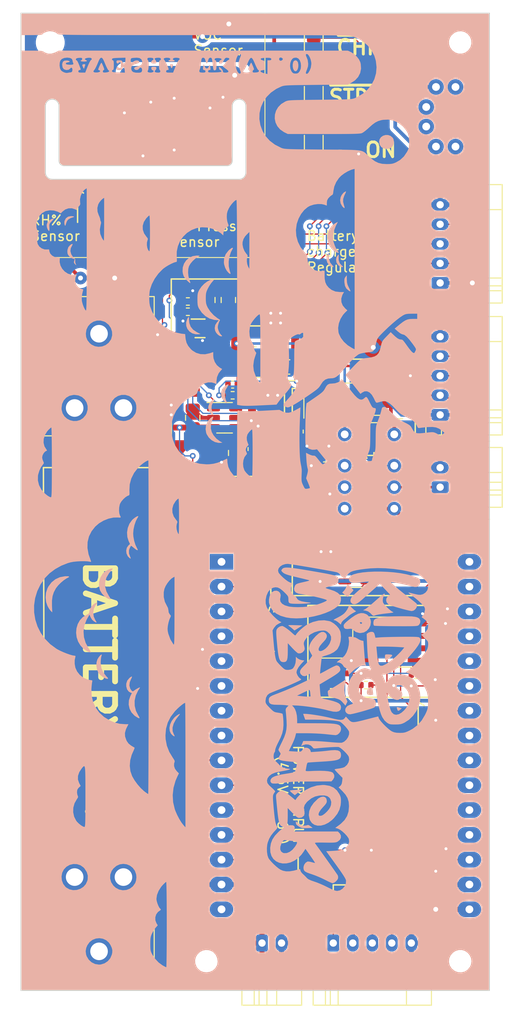
<source format=kicad_pcb>
(kicad_pcb (version 20211014) (generator pcbnew)
  (layers (0 "F.Cu" signal) (31 "B.Cu" signal) (34 "B.Paste" user) (35 "F.Paste" user) (36 "B.SilkS" user "B.Silkscreen") (37 "F.SilkS" user "F.Silkscreen") (38 "B.Mask" user) (39 "F.Mask" user) (44 "Edge.Cuts" user))
  (net 0 "")
  (net 1 "/BUTTON")
  (net 2 "GND")
  (net 3 "+3V3")
  (net 4 "Net-(C10-Pad2)")
  (net 5 "/I2C_SDA")
  (net 6 "/I2C_SCL")
  (net 7 "/~{I2C_INT}")
  (net 8 "/GREEN_LED_1")
  (net 9 "/GREEN_LED_2")
  (net 10 "/GREEN_LED_3")
  (net 11 "Net-(L2-Pad1)")
  (net 12 "/PANEL_CURRENT_SW")
  (net 13 "Net-(Q1-Pad2)")
  (net 14 "Net-(Q1-Pad3)")
  (net 15 "/PANEL_POSITIVE")
  (net 16 "Net-(R8-Pad2)")
  (net 17 "Net-(R9-Pad2)")
  (net 18 "/PANEL_VOLT")
  (net 19 "+5V")
  (net 21 "/PANEL_CURRENT")
  (net 24 "Net-(D2-Pad1)")
  (net 25 "Net-(D1-Pad1)")
  (net 26 "Net-(R17-Pad1)")
  (net 28 "Net-(C2-Pad1)")
  (net 35 "Net-(C9-Pad1)")
  (net 36 "+BATT")
  (net 44 "Net-(D1-Pad2)")
  (net 45 "VDC")
  (net 46 "/BAT")
  (net 47 "/Environment Sensors/~{RTC_INT}")
  (net 50 "/Environment Sensors/RTC_CLK")
  (net 51 "Net-(U9-Pad1)")
  (net 52 "Net-(U9-Pad2)")
  (net 53 "Net-(R4-Pad2)")
  (net 54 "Net-(D5-Pad1)")
  (net 56 "Net-(R12-Pad1)")
  (net 57 "Net-(C3-Pad2)")
  (net 58 "Net-(L1-Pad2)")
  (net 59 "Net-(R19-Pad2)")
  (net 60 "Net-(D6-Pad2)")
  (net 61 "Net-(R26-Pad1)")
  (footprint "Connector_JST:JST_PH_S2B-PH-K_1x02_P2.00mm_Horizontal" (layer "F.Cu") (at 24.7 95.15)
    (fp_text reference "J4" hide)
    (fp_text value "Conn_01x02")
  )
  (footprint "Package_TO_SOT_SMD:SOT-23" (layer "F.Cu") (at 32.35 67.55)
    (fp_text reference "D4" hide)
    (fp_text value "BAV70")
  )
  (footprint "Capacitor_SMD:C_0805_2012Metric" (layer "F.Cu") (at 17.6 37.8 -90)
    (fp_text reference "C11" hide)
    (fp_text value "10uF")
  )
  (footprint "Sunlord Inductors:WPN252010U" (layer "F.Cu") (at 18.6 34.7)
    (fp_text reference "L1" hide)
    (fp_text value "1uH")
  )
  (footprint "Connector_JST:JST_PH_S5B-PH-K_1x05_P2.00mm_Horizontal" (layer "F.Cu") (at 42.95 41.1 90)
    (fp_text reference "J3" hide)
    (fp_text value "Conn_01x05")
  )
  (footprint "Package_TO_SOT_SMD:SOT-23-5" (layer "F.Cu") (at 34.3125 57.2 180)
    (fp_text reference "U2" hide)
    (fp_text value "INA180A2")
  )
  (footprint "Resistor_SMD:R_0402_1005Metric" (layer "F.Cu") (at 31.55 42.8 90)
    (fp_text reference "R10" hide)
    (fp_text value "0R")
  )
  (footprint "Package_SO:SOIC-8_3.9x4.9mm_P1.27mm" (layer "F.Cu") (at 38.125 64.355)
    (fp_text reference "U9" hide)
    (fp_text value "PCF8563T")
  )
  (footprint "Resistor_SMD:R_0402_1005Metric" (layer "F.Cu") (at 12.2 11.3 -90)
    (fp_text reference "R9" hide)
    (fp_text value "10k")
  )
  (footprint "Crystal:Crystal_SMD_3215-2Pin_3.2x1.5mm" (layer "F.Cu") (at 33.125 63.7 -90)
    (fp_text reference "Y1" hide)
    (fp_text value "32.768kHz")
  )
  (footprint "LED_SMD:LED_0805_2012Metric" (layer "F.Cu") (at 30 13.5 90)
    (fp_text reference "D5" hide)
    (fp_text value "LED")
  )
  (footprint "Resistor_SMD:R_1206_3216Metric" (layer "F.Cu") (at 37.6 54.4 90)
    (fp_text reference "R26" hide)
    (fp_text value "100R")
  )
  (footprint "LED_SMD:LED_0805_2012Metric" (layer "F.Cu") (at 30 3.5 -90)
    (fp_text reference "D2" hide)
    (fp_text value "LED")
  )
  (footprint "Capacitor_SMD:C_0805_2012Metric" (layer "F.Cu") (at 10.6 12.75 -90)
    (fp_text reference "C5" hide)
    (fp_text value "10uF")
  )
  (footprint "Package_TO_SOT_SMD:SOT-23-6" (layer "F.Cu") (at 20.8625 41.4)
    (fp_text reference "U6" hide)
    (fp_text value "TP4057")
  )
  (footprint "ASAIR Sensors:AHT20" (layer "F.Cu") (at 6.4 12.5 180)
    (fp_text reference "U5" hide)
    (fp_text value "AHT20")
  )
  (footprint "Resistor_SMD:R_0402_1005Metric" (layer "F.Cu") (at 34.81 37.1 180)
    (fp_text reference "R3" hide)
    (fp_text value "0R")
  )
  (footprint "Resistor_SMD:R_0402_1005Metric" (layer "F.Cu") (at 21.69 39.1)
    (fp_text reference "R18" hide)
    (fp_text value "100k")
  )
  (footprint "Resistor_SMD:R_0402_1005Metric" (layer "F.Cu") (at 43 86.6)
    (fp_text reference "R5" hide)
    (fp_text value "4.7k")
  )
  (footprint "Resistor_SMD:R_0402_1005Metric" (layer "F.Cu") (at 32.7 14.4 180)
    (fp_text reference "R25" hide)
    (fp_text value "330R")
  )
  (footprint "Connector_JST:JST_PH_S2B-PH-K_1x02_P2.00mm_Horizontal" (layer "F.Cu") (at 42.95 48.5 90)
    (fp_text reference "J5" hide)
    (fp_text value "Conn_01x02")
  )
  (footprint "Resistor_SMD:R_0402_1005Metric" (layer "F.Cu") (at 40.5 67.7 180)
    (fp_text reference "R24" hide)
    (fp_text value "4.7k")
  )
  (footprint "Resistor_SMD:R_0402_1005Metric" (layer "F.Cu") (at 23.65 44.6 90)
    (fp_text reference "R14" hide)
    (fp_text value "330R")
  )
  (footprint "Package_LGA:Bosch_LGA-8_2x2.5mm_P0.65mm_ClockwisePinNumbering" (layer "F.Cu") (at 14.1 11.9 90)
    (fp_text reference "U3" hide)
    (fp_text value "BMP280")
  )
  (footprint "Capacitor_SMD:C_0402_1005Metric" (layer "F.Cu") (at 21.69 38)
    (fp_text reference "C10" hide)
    (fp_text value "12pF")
  )
  (footprint "Resistor_SMD:R_0402_1005Metric" (layer "F.Cu") (at 43.4 71.85 90)
    (fp_text reference "R23" hide)
    (fp_text value "4.7k")
  )
  (footprint "XKB:XKB5858-X-E" (layer "F.Cu") (at 46.825 10.6 -90)
    (fp_text reference "SW2" hide)
    (fp_text value "SW_SPST")
  )
  (footprint "Resistor_SMD:R_0402_1005Metric" (layer "F.Cu") (at 9 11.9 -90)
    (fp_text reference "R4" hide)
    (fp_text value "330R")
  )
  (footprint "Resistor_SMD:R_0402_1005Metric" (layer "F.Cu") (at 30.4 42.8 -90)
    (fp_text reference "R6" hide)
    (fp_text value "0R")
  )
  (footprint "LED_SMD:LED_0805_2012Metric" (layer "F.Cu") (at 30 8.5 90)
    (fp_text reference "D1" hide)
    (fp_text value "LED")
  )
  (footprint "Resistor_SMD:R_0402_1005Metric" (layer "F.Cu") (at 31.15 46.3 180)
    (fp_text reference "R13" hide)
    (fp_text value "100k")
  )
  (footprint "Capacitor_SMD:C_0402_1005Metric" (layer "F.Cu") (at 34.9 54.9)
    (fp_text reference "C3" hide)
    (fp_text value "100nF")
  )
  (footprint "MountingHole:MountingHole_2.2mm_M2" (layer "F.Cu") (at 45 97)
    (fp_text reference "H2" hide)
    (fp_text value "MountingHole")
  )
  (footprint "Capacitor_SMD:C_0402_1005Metric" (layer "F.Cu") (at 42.45 61.95 90)
    (fp_text reference "C2" hide)
    (fp_text value "100nF")
  )
  (footprint "Xiamen Hiongfa:HDF4" (layer "F.Cu") (at 35.71 46.9 -90)
    (fp_text reference "SW1")
    (fp_text value "HFD4_5S")
  )
  (footprint "Resistor_SMD:R_0402_1005Metric" (layer "F.Cu") (at 31.65 47.8 90)
    (fp_text reference "R12" hide)
    (fp_text value "100k")
  )
  (footprint "Resistor_SMD:R_0603_1608Metric" (layer "F.Cu") (at 24.5 40.45)
    (fp_text reference "R17" hide)
    (fp_text value "2k")
  )
  (footprint "Capacitor_SMD:C_0805_2012Metric" (layer "F.Cu") (at 22 45 90)
    (fp_text reference "C16" hide)
    (fp_text value "10uF")
  )
  (footprint "Capacitor_SMD:C_0402_1005Metric" (layer "F.Cu") (at 14.42 14 180)
    (fp_text reference "C4" hide)
    (fp_text value "100nF")
  )
  (footprint "Resistor_SMD:R_0402_1005Metric" (layer "F.Cu") (at 17.1 29.5 180)
    (fp_text reference "R19" hide)
    (fp_text value "510k")
  )
  (footprint "Resistor_SMD:R_0402_1005Metric" (layer "F.Cu") (at 42.45 66.81 90)
    (fp_text reference "R22" hide)
    (fp_text value "10k")
  )
  (footprint "Capacitor_SMD:C_0805_2012Metric" (layer "F.Cu") (at 17.6 41.4 90)
    (fp_text reference "C15" hide)
    (fp_text value "10uF")
  )
  (footprint "Capacitor_SMD:C_0805_2012Metric" (layer "F.Cu") (at 19.15 29.35 90)
    (fp_text reference "C13" hide)
    (fp_text value "10uF")
  )
  (footprint "Resistor_SMD:R_1206_3216Metric" (layer "F.Cu") (at 34 53.2)
    (fp_text reference "R2" hide)
    (fp_text value "1R")
  )
  (footprint "Resistor_SMD:R_0402_1005Metric" (layer "F.Cu") (at 35.35 68.75)
    (fp_text reference "R1" hide)
    (fp_text value "10k")
  )
  (footprint "Capacitor_SMD:C_0402_1005Metric" (layer "F.Cu") (at 17.3 9.7)
    (fp_text reference "C7" hide)
    (fp_text value "100nF")
  )
  (footprint "Resistor_SMD:R_0402_1005Metric" (layer "F.Cu") (at 15.2 9.7 180)
    (fp_text reference "R8" hide)
    (fp_text value "10k")
  )
  (footprint "MountingHole:MountingHole_2.2mm_M2" (layer "F.Cu") (at 45 3)
    (fp_text reference "H4" hide)
    (fp_text value "MountingHole")
  )
  (footprint "Capacitor_SMD:C_0402_1005Metric" (layer "F.Cu") (at 31.6625 57.68 -90)
    (fp_text reference "C6" hide)
    (fp_text value "100nF")
  )
  (footprint "Diode_SMD:D_SMA" (layer "F.Cu") (at 35.9 39.5)
    (fp_text reference "D6" hide)
    (fp_text value "SS34")
  )
  (footprint "Myoung:MY-18650-01" (layer "F.Cu") (at 8 40.8 -90)
    (fp_text reference "J10" hide)
    (fp_text value "BAT")
  )
  (footprint "Resistor_SMD:R_0402_1005Metric" (layer "F.Cu") (at 29.3 42.81 -90)
    (fp_text reference "R11" hide)
    (fp_text value "10k")
  )
  (footprint "Resistor_SMD:R_0402_1005Metric" (layer "F.Cu") (at 36.8 37.1)
    (fp_text reference "R7" hide)
    (fp_text value "0R")
  )
  (footprint "MountingHole:MountingHole_2.2mm_M2" (layer "F.Cu") (at 19 97)
    (fp_text reference "H1" hide)
    (fp_text value "MountingHole")
  )
  (footprint "Capacitor_SMD:C_0805_2012Metric" (layer "F.Cu") (at 27.29 36.2 180)
    (fp_text reference "C12" hide)
    (fp_text value "10uF")
  )
  (footprint "Connector_JST:JST_PH_S5B-PH-K_1x05_P2.00mm_Horizontal" (layer "F.Cu") (at 42.95 27.6 90)
    (fp_text reference "J1" hide)
    (fp_text value "Conn_01x05")
  )
  (footprint "MountingHole:MountingHole_2.2mm_M2" (layer "F.Cu") (at 3 3)
    (fp_text reference "H3" hide)
    (fp_text value "MountingHole")
  )
  (footprint "Resistor_SMD:R_0402_1005Metric" (layer "F.Cu") (at 17.1 30.55 180)
    (fp_text reference "R21" hide)
    (fp_text value "68k")
  )
  (footprint "Capacitor_SMD:C_0402_1005Metric" (layer "F.Cu") (at 23.8 88.7 -90)
    (fp_text reference "C9" hide)
    (fp_text value "100nF")
  )
  (footprint "ASAIR Sensors:AGS10" (layer "F.Cu") (at 18.1 12.35 90)
    (fp_text reference "U4" hide)
    (fp_text value "AGS10")
  )
  (footprint "Sunlord Inductors:WPN252010U" (layer "F.Cu") (at 27.09 34)
    (fp_text reference "L2" hide)
    (fp_text value "2.2uH")
  )
  (footprint "Resistor_SMD:R_0402_1005Metric" (layer "F.Cu") (at 24.9 88.7 -90)
    (fp_text reference "R16" hide)
    (fp_text value "1k")
  )
  (footprint "Texas_Instruments:DRL0006A" (layer "F.Cu") (at 18.35 32.25)
    (fp_text reference "U1" hide)
    (fp_text value "TPS61023DRL" hide)
  )
  (footprint "Connector_JST:JST_PH_S5B-PH-K_1x05_P2.00mm_Horizontal" (layer "F.Cu") (at 32 95.15)
    (fp_text reference "J2" hide)
    (fp_text value "Conn_01x05")
  )
  (footprint "Package_TO_SOT_SMD:SOT-23" (layer "F.Cu") (at 30.55 39.7625 90)
    (fp_text reference "Q1" hide)
    (fp_text value "AO3400A")
  )
  (footprint "Resistor_SMD:R_0402_1005Metric" (layer "F.Cu") (at 23.69 38)
    (fp_text reference "R20" hide)
    (fp_text value "22k")
  )
  (footprint "Resistor_SMD:R_0402_1005Metric" (layer "F.Cu") (at 23 86.15 -90)
    (fp_text reference "R15" hide)
    (fp_text value "10k")
  )
  (footprint "Package_TO_SOT_SMD:TSOT-23-5" (layer "F.Cu") (at 23.29 35.7 180)
    (fp_text reference "U7" hide)
    (fp_text value "RT8059GJ5")
  )
  (footprint "Espressif_Systems:ESP32_DEVKIT_V1.0" (layer "F.Cu") (at 33.25 73.92)
    (fp_text reference "MOD1" hide)
    (fp_text value "ESP32_DEVKIT_V1")
  )
  (footprint "Myoung:MY-18650-01" (layer "F.Cu") (at 8 88 90)
    (fp_text reference "J9" hide)
    (fp_text value "BAT")
  )
  (footprint "Capacitor_SMD:C_0805_2012Metric" (layer "F.Cu") (at 21.25 29.35 90)
    (fp_text reference "C8" hide)
    (fp_text value "10uF")
  )
  (footprint "Graphics:Bottom Silk" (layer "B.Cu") (at 24 50 -90)
    (fp_text reference "G***")
    (fp_text value "LOGO" hide)
  )
  (gr_line (start 32 92.7) (end 32.8 92.1) (layer "F.SilkS") (width 0.1524))
  (gr_line (start 27.8 47.4) (end 27.8 38.4) (layer "F.SilkS") (width 0.1524))
  (gr_line (start 25.2 90.8) (end 28.4 90.8) (layer "F.SilkS") (width 0.1524))
  (gr_line (start 23.4 29) (end 23.8 29.6) (layer "F.SilkS") (width 0.1524))
  (gr_line (start 40.4 35.4) (end 40.4 43.8) (layer "F.SilkS") (width 0.1524))
  (gr_line (start 29 32) (end 22.8 32) (layer "F.SilkS") (width 0.1524))
  (gr_line (start 43.6 70) (end 37.1 70) (layer "F.SilkS") (width 0.1524))
  (gr_line (start 15.4 27.2) (end 15.4 47.4) (layer "F.SilkS") (width 0.1524))
  (gr_line (start 43.6 60.6) (end 43.6 70) (layer "F.SilkS") (width 0.1524))
  (gr_line (start 27.8 38.4) (end 29.2 38.4) (layer "F.SilkS") (width 0.1524))
  (gr_line (start 13.6 18) (end 13 18.4) (layer "F.SilkS") (width 0.1524))
  (gr_line (start 40.7 70.45) (end 41.3 70.85) (layer "F.SilkS") (width 0.1524))
  (gr_line (start 37 69.4) (end 37 70) (layer "F.SilkS") (width 0.1524))
  (gr_line (start 5.8 21.4) (end 5.8 18) (layer "F.SilkS") (width 0.1524))
  (gr_line (start 27.8 59.6) (end 27.8 47.4) (layer "F.SilkS") (width 0.1524))
  (gr_line (start 25.2 92.6) (end 26 92) (layer "F.SilkS") (width 0.1524))
  (gr_line (start 25.6 51) (end 27.4 51) (layer "F.SilkS") (width 0.1524))
  (gr_line (start 29.6 29) (end 29.6 27.2) (layer "F.SilkS") (width 0.1524))
  (gr_line (start 28.4 90.8) (end 28.4 85.6) (layer "F.SilkS") (width 0.1524))
  (gr_line (start 22.8 32) (end 22.8 27.2) (layer "F.SilkS") (width 0.1524))
  (gr_line (start 0 25) (end 25 25) (layer "F.SilkS") (width 0.1))
  (gr_line (start 29.2 38.4) (end 29.8 38.4) (layer "F.SilkS") (width 0.1524))
  (gr_line (start 25 25) (end 25 0) (layer "F.SilkS") (width 0.1))
  (gr_line (start 13.6 46.5) (end 13.6 83.7) (layer "F.SilkS") (width 0.1524))
  (gr_line (start 40.7 73.45) (end 40.7 70.45) (layer "F.SilkS") (width 0.1524))
  (gr_line (start 43.6 59.6) (end 27.8 59.6) (layer "F.SilkS") (width 0.1524))
  (gr_line (start 13.6 18) (end 14.2 18.4) (layer "F.SilkS") (width 0.1524))
  (gr_line (start 29.4 70) (end 29.4 60.6) (layer "F.SilkS") (width 0.1524))
  (gr_line (start 29.8 35.4) (end 40.4 35.4) (layer "F.SilkS") (width 0.1524))
  (gr_line (start 29.6 29) (end 23.4 29) (layer "F.SilkS") (width 0.1524))
  (gr_line (start 27.4 51) (end 27 50.4) (layer "F.SilkS") (width 0.1524))
  (gr_line (start 40.7 70.45) (end 40.1 70.85) (layer "F.SilkS") (width 0.1524))
  (gr_line (start 27.4 51) (end 27 51.6) (layer "F.SilkS") (width 0.1524))
  (gr_line (start 25.2 92.6) (end 24.4 92) (layer "F.SilkS") (width 0.1524))
  (gr_line (start 15.4 47.4) (end 27 47.4) (layer "F.SilkS") (width 0.1524))
  (gr_line (start 23.4 29) (end 23.8 28.4) (layer "F.SilkS") (width 0.1524))
  (gr_line (start 13.6 21.8) (end 14.8 21.8) (layer "F.SilkS") (width 0.1524))
  (gr_line (start 43.6 51.8) (end 43.6 59.6) (layer "F.SilkS") (width 0.1524))
  (gr_line (start 18.2 8.2) (end 17.6 7.8) (layer "F.SilkS") (width 0.1524))
  (gr_line (start 2.4 83.7) (end 2.3 46.5) (layer "F.SilkS") (width 0.1524))
  (gr_line (start 27 37.6) (end 29 37.6) (layer "F.SilkS") (width 0.1524))
  (gr_line (start 5.8 44.9) (end 10.2 44.9) (layer "F.SilkS") (width 0.1524))
  (gr_line (start 34.6 89.2) (end 32 89.2) (layer "F.SilkS") (width 0.1524))
  (gr_line (start 18.2 4.8) (end 18.2 8.2) (layer "F.SilkS") (width 0.1524))
  (gr_line (start 5.8 46.5) (end 5.8 44.9) (layer "F.SilkS") (width 0.1524))
  (gr_line (start 40.4 43.8) (end 48 43.8) (layer "F.SilkS") (width 0.1524))
  (gr_line (start 10.2 44.9) (end 10.2 46.5) (layer "F.SilkS") (width 0.1524))
  (gr_line (start 27 47.4) (end 27 37.6) (layer "F.SilkS") (width 0.1524))
  (gr_line (start 29 37.6) (end 29 32) (layer "F.SilkS") (width 0.1524))
  (gr_line (start 29.4 60.6) (end 43.6 60.6) (layer "F.SilkS") (width 0.1524))
  (gr_line (start 13.6 83.7) (end 2.4 83.7) (layer "F.SilkS") (width 0.1524))
  (gr_line (start 13.6 21.8) (end 13.6 18) (layer "F.SilkS") (width 0.1524))
  (gr_line (start 5.8 18) (end 5.2 18.4) (layer "F.SilkS") (width 0.1524))
  (gr_line (start 37 70) (end 29.4 70) (layer "F.SilkS") (width 0.1524))
  (gr_line (start 48 51.8) (end 43.6 51.8) (layer "F.SilkS") (width 0.1524))
  (gr_line (start 25.6 51) (end 25.6 59.6) (layer "F.SilkS") (width 0.1524))
  (gr_line (start 32 89.2) (end 32 92.6) (layer "F.SilkS") (width 0.1524))
  (gr_line (start 25.2 92.6) (end 25.2 90.8) (layer "F.SilkS") (width 0.1524))
  (gr_line (start 22.8 27.2) (end 15.4 27.2) (layer "F.SilkS") (width 0.1524))
  (gr_line (start 5.8 18) (end 6.4 18.4) (layer "F.SilkS") (width 0.1524))
  (gr_line (start 2.3 46.5) (end 5.8 46.5) (layer "F.SilkS") (width 0.1524))
  (gr_line (start 18.2 8.2) (end 18.8 7.8) (layer "F.SilkS") (width 0.1524))
  (gr_line (start 10.2 46.5) (end 13.6 46.5) (layer "F.SilkS") (width 0.1524))
  (gr_line (start 32 92.7) (end 31.2 92.1) (layer "F.SilkS") (width 0.1524))
  (gr_line (start 29.8 38.4) (end 29.8 35.4) (layer "F.SilkS") (width 0.1524))
  (gr_line (start 2.5 16.3) (end 2.5 9.5) (layer "Edge.Cuts") (width 0.1))
  (gr_line (start 0 0) (end 0 100) (layer "Edge.Cuts") (width 0.1))
  (gr_arc (start 4.4 15.6) (mid 4.046447 15.453553) (end 3.9 15.1) (layer "Edge.Cuts") (width 0.1))
  (gr_line (start 23.051472 16.3) (end 23.046447 9.5) (layer "Edge.Cuts") (width 0.1))
  (gr_line (start 48 0) (end 0 0) (layer "Edge.Cuts") (width 0.1))
  (gr_arc (start 23.051472 16.3) (mid 22.846448 16.794984) (end 22.351472 17) (layer "Edge.Cuts") (width 0.1))
  (gr_line (start 0 100) (end 48 100) (layer "Edge.Cuts") (width 0.1))
  (gr_arc (start 2.5 9.5) (mid 3.2 8.8) (end 3.9 9.5) (layer "Edge.Cuts") (width 0.1))
  (gr_arc (start 3.2 17) (mid 2.705025 16.794975) (end 2.5 16.3) (layer "Edge.Cuts") (width 0.1))
  (gr_line (start 21.646447 15.1) (end 21.646447 9.5) (layer "Edge.Cuts") (width 0.1))
  (gr_arc (start 21.646447 15.1) (mid 21.5 15.453553) (end 21.146447 15.6) (layer "Edge.Cuts") (width 0.1))
  (gr_arc (start 21.646447 9.5) (mid 22.346447 8.8) (end 23.046447 9.5) (layer "Edge.Cuts") (width 0.1))
  (gr_line (start 48 100) (end 48 0) (layer "Edge.Cuts") (width 0.1))
  (gr_line (start 3.9 9.5) (end 3.9 15.1) (layer "Edge.Cuts") (width 0.1))
  (gr_line (start 4.4 15.6) (end 21.146447 15.6) (layer "Edge.Cuts") (width 0.1))
  (gr_line (start 3.2 17) (end 22.351472 17) (layer "Edge.Cuts") (width 0.1))
  (gr_text "Battery\ncharger & \nRegulators\n" (at 29.2 24.4) (layer "F.SilkS") (effects (font (size 1 1)) (justify left)))
  (gr_text "~{STDBY}" (at 35.007143 8.6) (layer "F.SilkS") (effects (font (size 1.5 1.5) (thickness 0.3))))
  (gr_text "~{CHRG}" (at 35.4 3.5) (layer "F.SilkS") (effects (font (size 1.5 1.5) (thickness 0.3))))
  (gr_text "BATTERY" (at 8 65.3 270) (layer "F.SilkS") (effects (font (size 3 3) (thickness 0.6))))
  (gr_text "ON" (at 36.864286 14) (layer "F.SilkS") (effects (font (size 1.5 1.5) (thickness 0.3))))
  (gr_text "+" (at 8 47.7) (layer "F.SilkS") (effects (font (size 3 3) (thickness 0.6))))
  (gr_text "Real Time \nClock system\n" (at 39.8 73.8 270) (layer "F.SilkS") (effects (font (size 1 1)) (justify left)))
  (gr_text "Air Pressure\nSensor" (at 15.2 22.6) (layer "F.SilkS") (effects (font (size 1 1)) (justify left)))
  (gr_text "RH%\nSensor" (at 0.9 22) (layer "F.SilkS") (effects (font (size 1 1)) (justify left)))
  (gr_text "-" (at 8 81.9 180) (layer "F.SilkS") (effects (font (size 3 3) (thickness 0.6))))
  (gr_text "VOC\nSensor" (at 17.6 3) (layer "F.SilkS") (effects (font (size 1 1)) (justify left)))
  (gr_text "To input\nPanel" (at 35.4 89.4) (layer "F.SilkS") (effects (font (size 1 1)) (justify left)))
  (gr_text "Solar Watt\nMeter" (at 24.6 60.4 270) (layer "F.SilkS") (effects (font (size 1 1)) (justify left)))
  (gr_text "POWER INPUT\n(4.5V - 6V)" (at 27.6 85.2 270) (layer "F.SilkS") (effects (font (size 1 1)) (justify right)))
  (segment (start 27.66 89.21) (end 32 93.55) (width 0.127) (layer "F.Cu") (net 1))
  (segment (start 32 93.55) (end 32 95.15) (width 0.127) (layer "F.Cu") (net 1))
  (segment (start 26.19 89.21) (end 27.66 89.21) (width 0.127) (layer "F.Cu") (net 1))
  (segment (start 24.9 89.21) (end 26.19 89.21) (width 0.127) (layer "F.Cu") (net 1))
  (segment (start 33.525 14.4) (end 34.6 14.4) (width 0.127) (layer "F.Cu") (net 2))
  (segment (start 19.090001 33.009999) (end 18.6 33.5) (width 0.127) (layer "F.Cu") (net 2))
  (segment (start 19.37 9.7) (end 17.78 9.7) (width 0.254) (layer "F.Cu") (net 2))
  (segment (start 41.17 61.47) (end 41.15 61.45) (width 0.127) (layer "F.Cu") (net 2))
  (segment (start 42.45 61.47) (end 41.17 61.47) (width 0.127) (layer "F.Cu") (net 2))
  (segment (start 14.375 12.225) (end 13.725 12.875) (width 0.127) (layer "F.Cu") (net 2))
  (segment (start 16.59 31.49) (end 16.6 31.5) (width 0.127) (layer "F.Cu") (net 2))
  (segment (start 19.090001 32.749999) (end 19.090001 33.009999) (width 0.127) (layer "F.Cu") (net 2))
  (segment (start 35.65 66.26) (end 35.64 66.25) (width 0.127) (layer "F.Cu") (net 2))
  (segment (start 22 45.95) (end 20.55 45.95) (width 0.127) (layer "F.Cu") (net 2))
  (segment (start 31.55 43.36) (end 31.55 44.3) (width 0.254) (layer "F.Cu") (net 2))
  (segment (start 35.64 66.25) (end 33.85 66.25) (width 0.127) (layer "F.Cu") (net 2))
  (segment (start 14.9 12.225) (end 14.375 12.225) (width 0.127) (layer "F.Cu") (net 2))
  (segment (start 30.64 46.3) (end 29.75 46.3) (width 0.127) (layer "F.Cu") (net 2))
  (segment (start 16.59 30.55) (end 16.59 31.49) (width 0.127) (layer "F.Cu") (net 2))
  (segment (start 19.15 28.4) (end 21.25 28.4) (width 0.127) (layer "F.Cu") (net 2))
  (segment (start 29.3 43.32) (end 29.3 44.3) (width 0.127) (layer "F.Cu") (net 2))
  (segment (start 13.725 12.875) (end 13.3 12.875) (width 0.127) (layer "F.Cu") (net 2))
  (segment (start 19.37 11) (end 19.37 9.7) (width 0.254) (layer "F.Cu") (net 2))
  (segment (start 19.15 28.4) (end 17.6 28.4) (width 0.127) (layer "F.Cu") (net 2))
  (via (at 26.3 39.1) (size 0.6) (drill 0.3) (layers "F.Cu" "B.Cu") (net 2))
  (via (at 25.3 39.1) (size 0.6) (drill 0.3) (layers "F.Cu" "B.Cu") (net 2))
  (via (at 29.75 46.3) (size 0.6) (drill 0.3) (layers "F.Cu" "B.Cu") (net 2))
  (via (at 29.3 44.3) (size 0.6) (drill 0.3) (layers "F.Cu" "B.Cu") (net 2))
  (via (at 31.75 55.1) (size 0.6) (drill 0.3) (layers "F.Cu" "B.Cu") (net 2))
  (via (at 34.6 14.4) (size 0.6) (drill 0.3) (layers "F.Cu" "B.Cu") (net 2))
  (via (at 20.55 45.95) (size 0.6) (drill 0.3) (layers "F.Cu" "B.Cu") (net 2))
  (via (at 33.85 66.25) (size 0.6) (drill 0.3) (layers "F.Cu" "B.Cu") (net 2))
  (via (at 25.6 31.7) (size 0.6) (drill 0.3) (layers "F.Cu" "B.Cu") (net 2))
  (via (at 15.4 40.1) (size 0.6) (drill 0.3) (layers "F.Cu" "B.Cu") (net 2))
  (via (at 31.55 44.3) (size 0.6) (drill 0.3) (layers "F.Cu" "B.Cu") (net 2))
  (via (at 26.6 31.7) (size 0.6) (drill 0.3) (layers "F.Cu" "B.Cu") (net 2))
  (via (at 16.6 31.5) (size 0.6) (drill 0.3) (layers "F.Cu" "B.Cu") (net 2))
  (via (at 15.4 41.1) (size 0.6) (drill 0.3) (layers "F.Cu" "B.Cu") (net 2))
  (via (at 18.6 33.5) (size 0.6) (drill 0.3) (layers "F.Cu" "B.Cu") (net 2))
  (via (at 25.6 30.7) (size 0.6) (drill 0.3) (layers "F.Cu" "B.Cu") (net 2))
  (via (at 41.15 61.45) (size 0.6) (drill 0.3) (layers "F.Cu" "B.Cu") (net 2))
  (via (at 19.37 9.7) (size 0.6) (drill 0.3) (layers "F.Cu" "B.Cu") (net 2))
  (via (at 26.6 30.7) (size 0.6) (drill 0.3) (layers "F.Cu" "B.Cu") (net 2))
  (via (at 30.75 55.1) (size 0.6) (drill 0.3) (layers "F.Cu" "B.Cu") (net 2))
  (via (at 12.5 14.6) (size 0.6) (drill 0.3) (layers "F.Cu" "B.Cu") (net 2))
  (via (at 17.6 28.4) (size 0.6) (drill 0.3) (layers "F.Cu" "B.Cu") (net 2))
  (segment (start 28.25 37.65) (end 28.25 36.21) (width 0.127) (layer "F.Cu") (net 3))
  (segment (start 15.6 11.575) (end 14.9 11.575) (width 0.127) (layer "F.Cu") (net 3))
  (segment (start 21.18 39.1) (end 21.18 38.03) (width 0.127) (layer "F.Cu") (net 3))
  (segment (start 25.95 2) (end 27.35 0.6) (width 0.381) (layer "F.Cu") (net 3))
  (segment (start 33.35 68.5) (end 33.6 68.75) (width 0.127) (layer "F.Cu") (net 3))
  (segment (start 42.49 85.99) (end 42.15 85.65) (width 0.127) (layer "F.Cu") (net 3))
  (segment (start 16.83 11) (end 16.83 9.71) (width 0.127) (layer "F.Cu") (net 3))
  (segment (start 40 15.45) (end 42.2 17.65) (width 0.381) (layer "F.Cu") (net 3))
  (segment (start 31.6525 58.15) (end 31.6625 58.16) (width 0.381) (layer "F.Cu") (net 3))
  (segment (start 16.82 9.7) (end 15.71 9.7) (width 0.127) (layer "F.Cu") (net 3))
  (segment (start 23 85.64) (end 24.04 85.64) (width 0.127) (layer "F.Cu") (net 3))
  (segment (start 42.49 87.79) (end 42.5 87.8) (width 0.127) (layer "F.Cu") (net 3))
  (segment (start 30 12.5625) (end 27.1625 12.5625) (width 0.127) (layer "F.Cu") (net 3))
  (segment (start 25.95 6.4) (end 25.9 6.35) (width 0.127) (layer "F.Cu") (net 3))
  (segment (start 41.01 67.7) (end 41.5 67.7) (width 0.127) (layer "F.Cu") (net 3))
  (segment (start 21.18 38.03) (end 21.21 38) (width 0.127) (layer "F.Cu") (net 3))
  (segment (start 25.95 6.35) (end 25.95 2) (width 0.381) (layer "F.Cu") (net 3))
  (segment (start 25.9 6.35) (end 21.9 6.35) (width 0.127) (layer "F.Cu") (net 3))
  (segment (start 16.83 9.71) (end 16.82 9.7) (width 0.127) (layer "F.Cu") (net 3))
  (segment (start 34.85 68.76) (end 34.84 68.75) (width 0.127) (layer "F.Cu") (net 3))
  (segment (start 38.6 0.6) (end 40 2) (width 0.381) (layer "F.Cu") (net 3))
  (segment (start 28.25 36.21) (end 28.24 36.2) (width 0.127) (layer "F.Cu") (net 3))
  (segment (start 46.25 18.85) (end 46.25 27.6) (width 0.381) (layer "F.Cu") (net 3))
  (segment (start 33.6 68.75) (end 34.84 68.75) (width 0.127) (layer "F.Cu") (net 3))
  (segment (start 42.51 72.36) (end 42.5 72.35) (width 0.127) (layer "F.Cu") (net 3))
  (segment (start 34.85 70.35) (end 34.85 68.76) (width 0.127) (layer "F.Cu") (net 3))
  (segment (start 25.95 11.35) (end 25.95 6.4) (width 0.127) (layer "F.Cu") (net 3))
  (segment (start 41.5 67.7) (end 41.88 67.32) (width 0.127) (layer "F.Cu") (net 3))
  (segment (start 42.15 85.65) (end 35.9 85.65) (width 0.127) (layer "F.Cu") (net 3))
  (segment (start 45.05 17.65) (end 46.25 18.85) (width 0.381) (layer "F.Cu") (net 3))
  (segment (start 40 2) (end 40 15.45) (width 0.381) (layer "F.Cu") (net 3))
  (segment (start 42.2 17.65) (end 45.05 17.65) (width 0.381) (layer "F.Cu") (net 3))
  (segment (start 27.35 0.6) (end 38.6 0.6) (width 0.381) (layer "F.Cu") (net 3))
  (segment (start 21.9 6.35) (end 25.95 6.35) (width 0.381) (layer "F.Cu") (net 3))
  (segment (start 42.49 86.6) (end 42.49 85.99) (width 0.127) (layer "F.Cu") (net 3))
  (segment (start 15.7 8.7) (end 15.7 9.69) (width 0.127) (layer "F.Cu") (net 3))
  (segment (start 14.9 14) (end 14.9 12.875) (width 0.127) (layer "F.Cu") (net 3))
  (segment (start 31.4125 68.5) (end 33.35 68.5) (width 0.127) (layer "F.Cu") (net 3))
  (segment (start 27.1625 12.5625) (end 25.95 11.35) (width 0.127) (layer "F.Cu") (net 3))
  (segment (start 15.7 9.69) (end 15.71 9.7) (width 0.127) (layer "F.Cu") (net 3))
  (segment (start 14.9 14) (end 15.8 14) (width 0.127) (layer "F.Cu") (net 3))
  (segment (start 41.88 67.32) (end 42.45 67.32) (width 0.127) (layer "F.Cu") (net 3))
  (segment (start 42.45 68.2) (end 42.45 67.32) (width 0.127) (layer "F.Cu") (net 3))
  (segment (start 21.18 39.1) (end 20.3 39.1) (width 0.127) (layer "F.Cu") (net 3))
  (segment (start 14.9 12.875) (end 15.6 12.875) (width 0.127) (layer "F.Cu") (net 3))
  (segment (start 33.175 58.15) (end 30.65 58.15) (width 0.2032) (layer "F.Cu") (net 3))
  (segment (start 42.49 86.6) (end 42.49 87.79) (width 0.127) (layer "F.Cu") (net 3))
  (segment (start 15.6 12.875) (end 15.6 11.575) (width 0.127) (layer "F.Cu") (net 3))
  (segment (start 24.05 85.65) (end 33.2 85.65) (width 0.127) (layer "F.Cu") (net 3))
  (segment (start 43.4 72.36) (end 42.51 72.36) (width 0.127) (layer "F.Cu") (net 3))
  (segment (start 24.04 85.64) (end 24.05 85.65) (width 0.127) (layer "F.Cu") (net 3))
  (via (at 35.9 85.65) (size 0.6) (drill 0.3) (layers "F.Cu" "B.Cu") (net 3))
  (via (at 30.65 58.15) (size 0.6) (drill 0.3) (layers "F.Cu" "B.Cu") (net 3))
  (via (at 20.3 39.1) (size 0.6) (drill 0.3) (layers "F.Cu" "B.Cu") (net 3))
  (via (at 15.7 14) (size 0.6) (drill 0.3) (layers "F.Cu" "B.Cu") (net 3))
  (via (at 28.25 37.65) (size 0.6) (drill 0.3) (layers "F.Cu" "B.Cu") (net 3))
  (via (at 42.5 72.35) (size 0.6) (drill 0.3) (layers "F.Cu" "B.Cu") (net 3))
  (via (at 34.85 70.35) (size 0.6) (drill 0.3) (layers "F.Cu" "B.Cu") (net 3))
  (via (at 36.1 34.2) (size 1.3) (drill 0.5) (layers "F.Cu" "B.Cu") (net 3))
  (via (at 42.5 87.8) (size 0.6) (drill 0.3) (layers "F.Cu" "B.Cu") (net 3))
  (via (at 33.2 85.65) (size 0.6) (drill 0.3) (layers "F.Cu" "B.Cu") (net 3))
  (via (at 42.45 68.2) (size 0.6) (drill 0.3) (layers "F.Cu" "B.Cu") (net 3))
  (via (at 15.7 8.7) (size 0.6) (drill 0.3) (layers "F.Cu" "B.Cu") (net 3))
  (via (at 46.25 27.6) (size 1.3) (drill 0.5) (layers "F.Cu" "B.Cu") (net 3))
  (via (at 21.9 6.35) (size 1.3) (drill 0.5) (layers "F.Cu" "B.Cu") (net 3))
  (via (at 10.6 10.2) (size 0.6) (drill 0.3) (layers "F.Cu" "B.Cu") (net 3))
  (via (at 42.5 91.7) (size 1.3) (drill 0.5) (layers "F.Cu" "B.Cu") (net 3))
  (segment (start 42.5 68.25) (end 42.45 68.2) (width 0.381) (layer "B.Cu") (net 3))
  (segment (start 42.45 70.35) (end 42.5 70.3) (width 0.381) (layer "B.Cu") (net 3))
  (segment (start 39 41.1) (end 42.95 41.1) (width 0.381) (layer "B.Cu") (net 3))
  (segment (start 36.1 34.2) (end 36.9 34.2) (width 0.381) (layer "B.Cu") (net 3))
  (segment (start 21 37.65) (end 28.25 37.65) (width 0.127) (layer "B.Cu") (net 3))
  (segment (start 41.6 62.9) (end 41.6 65.8) (width 0.381) (layer "B.Cu") (net 3))
  (segment (start 44.85 41.1) (end 42.95 41.1) (width 0.381) (layer "B.Cu") (net 3))
  (segment (start 33.8 67.5) (end 33.8 69.6) (width 0.381) (layer "B.Cu") (net 3))
  (segment (start 42.5 70.3) (end 42.5 68.25) (width 0.381) (layer "B.Cu") (net 3))
  (segment (start 42.5 58.1) (end 42.5 62) (width 0.381) (layer "B.Cu") (net 3))
  (segment (start 42.5 62) (end 41.6 62.9) (width 0.381) (layer "B.Cu") (net 3))
  (segment (start 33.8 69.6) (end 34.55 70.35) (width 0.381) (layer "B.Cu") (net 3))
  (segment (start 30.7 58.1) (end 30.65 58.15) (width 0.381) (layer "B.Cu") (net 3))
  (segment (start 20.3 39.1) (end 20.3 38.35) (width 0.127) (layer "B.Cu") (net 3))
  (segment (start 42.5 91.7) (end 42.5 70.4) (width 0.381) (layer "B.Cu") (net 3))
  (segment (start 20.75 37.9) (end 21 37.65) (width 0.127) (layer "B.Cu") (net 3))
  (segment (start 37.6 39.7) (end 39 41.1) (width 0.381) (layer "B.Cu") (net 3))
  (segment (start 34.7 66.6) (end 33.8 67.5) (width 0.381) (layer "B.Cu") (net 3))
  (segment (start 44.85 41.1) (end 44.85 53.65) (width 0.381) (layer "B.Cu") (net 3))
  (segment (start 44.85 27.6) (end 44.85 41.1) (width 0.381) (layer "B.Cu") (net 3))
  (segment (start 42.95 27.6) (end 44.85 27.6) (width 0.381) (layer "B.Cu") (net 3))
  (segment (start 40.8 66.6) (end 34.7 66.6) (width 0.381) (layer "B.Cu") (net 3))
  (segment (start 37.6 34.9) (end 37.6 39.7) (width 0.381) (layer "B.Cu") (net 3))
  (segment (start 35.9 85.65) (end 35.4 85.65) (width 0.127) (layer "B.Cu") (net 3))
  (segment (start 42.5 70.4) (end 42.45 70.35) (width 0.381) (layer "B.Cu") (net 3))
  (segment (start 46.25 27.6) (end 42.95 27.6) (width 0.381) (layer "B.Cu") (net 3))
  (segment (start 33.2 85.65) (end 35.4 85.65) (width 0.127) (layer "B.Cu") (net 3))
  (segment (start 42.5 56) (end 42.5 58.1) (width 0.381) (layer "B.Cu") (net 3))
  (segment (start 41.6 65.8) (end 40.8 66.6) (width 0.381) (layer "B.Cu") (net 3))
  (segment (start 42.5 58.1) (end 30.7 58.1) (width 0.381) (layer "B.Cu") (net 3))
  (segment (start 36.9 34.2) (end 37.6 34.9) (width 0.381) (layer "B.Cu") (net 3))
  (segment (start 44.85 53.65) (end 42.5 56) (width 0.381) (layer "B.Cu") (net 3))
  (segment (start 42.45 70.35) (end 34.85 70.35) (width 0.381) (layer "B.Cu") (net 3))
  (segment (start 34.55 70.35) (end 34.85 70.35) (width 0.381) (layer "B.Cu") (net 3))
  (segment (start 20.3 38.35) (end 20.75 37.9) (width 0.127) (layer "B.Cu") (net 3))
  (segment (start 22.1525 36.65) (end 22.1525 37.9825) (width 0.127) (layer "F.Cu") (net 4))
  (segment (start 22.17 38) (end 22.17 39.07) (width 0.127) (layer "F.Cu") (net 4))
  (segment (start 22.1525 37.9825) (end 22.17 38) (width 0.127) (layer "F.Cu") (net 4))
  (segment (start 22.17 39.07) (end 22.2 39.1) (width 0.127) (layer "F.Cu") (net 4))
  (segment (start 23.18 38) (end 22.17 38) (width 0.127) (layer "F.Cu") (net 4))
  (segment (start 13.9 8.5) (end 13.9 10.1) (width 0.127) (layer "F.Cu") (net 5))
  (segment (start 23.65 7.45) (end 24.5 8.3) (width 0.127) (layer "F.Cu") (net 5))
  (segment (start 24.5 8.3) (end 24.5 20) (width 0.127) (layer "F.Cu") (net 5))
  (segment (start 19.6 8.1) (end 20.25 7.45) (width 0.127) (layer "F.Cu") (net 5))
  (segment (start 42.95 25.6) (end 41.6 25.6) (width 0.127) (layer "F.Cu") (net 5))
  (segment (start 43.5 39.1) (end 42.95 39.1) (width 0.127) (layer "F.Cu") (net 5))
  (segment (start 20.25 12.82) (end 20.25 9.35) (width 0.127) (layer "F.Cu") (net 5))
  (segment (start 41.7 39.1) (end 42.95 39.1) (width 0.127) (layer "F.Cu") (net 5))
  (segment (start 38.2 62) (end 42.8 57.4) (width 0.127) (layer "F.Cu") (net 5))
  (segment (start 14.4 8) (end 13.9 8.5) (width 0.127) (layer "F.Cu") (net 5))
  (segment (start 13.9 8.5) (end 7.7 8.5) (width 0.127) (layer "F.Cu") (net 5))
  (segment (start 44.5 23.1) (end 44.5 25.2) (width 0.127) (layer "F.Cu") (net 5))
  (segment (start 13.3 11.575) (end 13.625 11.575) (width 0.127) (layer "F.Cu") (net 5))
  (segment (start 20.25 7.45) (end 23.65 7.45) (width 0.127) (layer "F.Cu") (net 5))
  (segment (start 40.9 26.3) (end 40.9 38.3) (width 0.127) (layer "F.Cu") (net 5))
  (segment (start 38.2 68.8) (end 38.2 62) (width 0.127) (layer "F.Cu") (net 5))
  (segment (start 16.9 8.7) (end 16.2 8) (width 0.127) (layer "F.Cu") (net 5))
  (segment (start 20.25 9.35) (end 19.6 8.7) (width 0.127) (layer "F.Cu") (net 5))
  (segment (start 40.9 38.3) (end 41.7 39.1) (width 0.127) (layer "F.Cu") (net 5))
  (segment (start 19.37 13.7) (end 20.25 12.82) (width 0.127) (layer "F.Cu") (net 5))
  (segment (start 44.5 51.7) (end 44.5 40.1) (width 0.127) (layer "F.Cu") (net 5))
  (segment (start 39.99 67.01) (end 39.99 68.84) (width 0.127) (layer "F.Cu") (net 5))
  (segment (start 44.5 40.1) (end 43.5 39.1) (width 0.127) (layer "F.Cu") (net 5))
  (segment (start 39.99 68.84) (end 45.95 68.84) (width 0.127) (layer "F.Cu") (net 5))
  (segment (start 19.6 8.7) (end 19.6 8.1) (width 0.127) (layer "F.Cu") (net 5))
  (segment (start 13.9 11.3) (end 13.9 10.1) (width 0.127) (layer "F.Cu") (net 5))
  (segment (start 24.5 20) (end 27.1 22.6) (width 0.127) (layer "F.Cu") (net 5))
  (segment (start 7.7 8.5) (end 5.4 10.8) (width 0.127) (layer "F.Cu") (net 5))
  (segment (start 16.2 8) (end 14.4 8) (width 0.127) (layer "F.Cu") (net 5))
  (segment (start 42.8 57.4) (end 42.8 53.4) (width 0.127) (layer "F.Cu") (net 5))
  (segment (start 41.6 25.6) (end 40.9 26.3) (width 0.127) (layer "F.Cu") (net 5))
  (segment (start 44.5 25.2) (end 44.1 25.6) (width 0.127) (layer "F.Cu") (net 5))
  (segment (start 19.6 8.7) (end 16.9 8.7) (width 0.127) (layer "F.Cu") (net 5))
  (segment (start 44.1 25.6) (end 42.95 25.6) (width 0.127) (layer "F.Cu") (net 5))
  (segment (start 5.4 10.8) (end 5.4 11.5) (width 0.127) (layer "F.Cu") (net 5))
  (segment (start 13.625 11.575) (end 13.9 11.3) (width 0.127) (layer "F.Cu") (net 5))
  (segment (start 27.1 22.6) (end 44 22.6) (width 0.127) (layer "F.Cu") (net 5))
  (segment (start 44 22.6) (end 44.5 23.1) (width 0.127) (layer "F.Cu") (net 5))
  (segment (start 40.6 66.26) (end 40.6 66.4) (width 0.127) (layer "F.Cu") (net 5))
  (segment (start 40.6 66.4) (end 39.99 67.01) (width 0.127) (layer "F.Cu") (net 5))
  (segment (start 42.8 53.4) (end 44.5 51.7) (width 0.127) (layer "F.Cu") (net 5))
  (via (at 39.99 68.84) (size 0.6) (drill 0.3) (layers "F.Cu" "B.Cu") (net 5))
  (via (at 38.2 68.8) (size 0.6) (drill 0.3) (layers "F.Cu" "B.Cu") (net 5))
  (segment (start 38.24 68.84) (end 38.2 68.8) (width 0.127) (layer "B.Cu") (net 5))
  (segment (start 39.99 68.84) (end 38.24 68.84) (width 0.127) (layer "B.Cu") (net 5))
  (segment (start 8.9 9.1) (end 12.9 9.1) (width 0.127) (layer "F.Cu") (net 6))
  (segment (start 45.95 71.38) (end 40.33 71.38) (width 0.127) (layer "F.Cu") (net 6))
  (segment (start 43.4 57.6) (end 43.4 53.85) (width 0.127) (layer "F.Cu") (net 6))
  (segment (start 20.7 8.6) (end 21.2 8.1) (width 0.127) (layer "F.Cu") (net 6))
  (segment (start 38.9 69.95) (end 38.9 64.99) (width 0.127) (layer "F.Cu") (net 6))
  (segment (start 39.9 23.6) (end 39.9 37.1) (width 0.127) (layer "F.Cu") (net 6))
  (segment (start 12.9 9.1) (end 13.3 9.1) (width 0.127) (layer "F.Cu") (net 6))
  (segment (start 20.7 14.1) (end 20.7 8.6) (width 0.127) (layer "F.Cu") (net 6))
  (segment (start 44.2 37.1) (end 42.95 37.1) (width 0.127) (layer "F.Cu") (net 6))
  (segment (start 38.9 64.99) (end 38.9 62.1) (width 0.127) (layer "F.Cu") (net 6))
  (segment (start 24 20.3) (end 27.3 23.6) (width 0.127) (layer "F.Cu") (net 6))
  (segment (start 7.4 10.6) (end 8.9 9.1) (width 0.127) (layer "F.Cu") (net 6))
  (segment (start 16.83 13.7) (end 16.83 14.33) (width 0.127) (layer "F.Cu") (net 6))
  (segment (start 23.5 8.1) (end 24 8.6) (width 0.127) (layer "F.Cu") (net 6))
  (segment (start 13.3 9.4) (end 13.3 9.1) (width 0.127) (layer "F.Cu") (net 6))
  (segment (start 7.4 11.5) (end 7.4 10.6) (width 0.127) (layer "F.Cu") (net 6))
  (segment (start 40.33 71.38) (end 38.9 69.95) (width 0.127) (layer "F.Cu") (net 6))
  (segment (start 45 52.25) (end 45 37.9) (width 0.127) (layer "F.Cu") (net 6))
  (segment (start 13.3 9.4) (end 13.3 10.925) (width 0.127) (layer "F.Cu") (net 6))
  (segment (start 38.9 64.99) (end 40.6 64.99) (width 0.127) (layer "F.Cu") (net 6))
  (segment (start 17.2 14.7) (end 20.1 14.7) (width 0.127) (layer "F.Cu") (net 6))
  (segment (start 45 37.9) (end 44.2 37.1) (width 0.127) (layer "F.Cu") (net 6))
  (segment (start 43.4 53.85) (end 45 52.25) (width 0.127) (layer "F.Cu") (net 6))
  (segment (start 21.2 8.1) (end 23.5 8.1) (width 0.127) (layer "F.Cu") (net 6))
  (segment (start 39.9 23.6) (end 42.95 23.6) (width 0.127) (layer "F.Cu") (net 6))
  (segment (start 20.1 14.7) (end 20.7 14.1) (width 0.127) (layer "F.Cu") (net 6))
  (segment (start 38.9 62.1) (end 43.4 57.6) (width 0.127) (layer "F.Cu") (net 6))
  (segment (start 24 8.6) (end 24 20.3) (width 0.127) (layer "F.Cu") (net 6))
  (segment (start 27.3 23.6) (end 39.9 23.6) (width 0.127) (layer "F.Cu") (net 6))
  (segment (start 16.83 14.33) (end 17.2 14.7) (width 0.127) (layer "F.Cu") (net 6))
  (via (at 39.9 37.1) (size 0.6) (drill 0.3) (layers "F.Cu" "B.Cu") (net 6))
  (via (at 13.3 9.1) (size 0.6) (drill 0.3) (layers "F.Cu" "B.Cu") (net 6))
  (via (at 20.7 8.6) (size 0.6) (drill 0.3) (layers "F.Cu" "B.Cu") (net 6))
  (segment (start 16.5 7.9) (end 17.2 8.6) (width 0.127) (layer "B.Cu") (net 6))
  (segment (start 13.3 8.4) (end 13.8 7.9) (width 0.127) (layer "B.Cu") (net 6))
  (segment (start 17.2 8.6) (end 20.7 8.6) (width 0.127) (layer "B.Cu") (net 6))
  (segment (start 13.8 7.9) (end 16.5 7.9) (width 0.127) (layer "B.Cu") (net 6))
  (segment (start 13.3 9.1) (end 13.3 8.4) (width 0.127) (layer "B.Cu") (net 6))
  (segment (start 39.9 37.1) (end 42.95 37.1) (width 0.127) (layer "B.Cu") (net 6))
  (segment (start 45 35.1) (end 45.5 35.6) (width 0.127) (layer "F.Cu") (net 7))
  (segment (start 43.55 85.5) (end 43.55 86.56) (width 0.127) (layer "F.Cu") (net 7))
  (segment (start 44.95 35.1) (end 45 35.1) (width 0.127) (layer "F.Cu") (net 7))
  (segment (start 43.55 86.56) (end 43.51 86.6) (width 0.127) (layer "F.Cu") (net 7))
  (segment (start 45.5 52.95) (end 44 54.45) (width 0.127) (layer "F.Cu") (net 7))
  (segment (start 44 60.65) (end 43.7 60.95) (width 0.127) (layer "F.Cu") (net 7))
  (segment (start 45.5 35.6) (end 45.5 52.95) (width 0.127) (layer "F.Cu") (net 7))
  (segment (start 44.3 21.6) (end 45 22.3) (width 0.127) (layer "F.Cu") (net 7))
  (segment (start 45 35.05) (end 44.95 35.1) (width 0.127) (layer "F.Cu") (net 7))
  (segment (start 45.95 86.62) (end 43.53 86.62) (width 0.127) (layer "F.Cu") (net 7))
  (segment (start 43.53 86.62) (end 43.51 86.6) (width 0.127) (layer "F.Cu") (net 7))
  (segment (start 42.95 21.6) (end 44.3 21.6) (width 0.127) (layer "F.Cu") (net 7))
  (segment (start 44 54.45) (end 44 60.65) (width 0.127) (layer "F.Cu") (net 7))
  (segment (start 44.95 35.1) (end 42.95 35.1) (width 0.127) (layer "F.Cu") (net 7))
  (segment (start 45 22.3) (end 45 35.05) (width 0.127) (layer "F.Cu") (net 7))
  (via (at 43.7 60.95) (size 0.6) (drill 0.3) (layers "F.Cu" "B.Cu") (net 7))
  (via (at 43.55 85.5) (size 0.6) (drill 0.3) (layers "F.Cu" "B.Cu") (net 7))
  (segment (start 43.7 60.95) (end 44.15 61.4) (width 0.127) (layer "B.Cu") (net 7))
  (segment (start 44.15 63) (end 43.75 63.4) (width 0.127) (layer "B.Cu") (net 7))
  (segment (start 44.15 61.65) (end 44.15 63) (width 0.127) (layer "B.Cu") (net 7))
  (segment (start 43.55 63.6) (end 43.55 85.5) (width 0.127) (layer "B.Cu") (net 7))
  (segment (start 44.15 61.4) (end 44.15 61.65) (width 0.127) (layer "B.Cu") (net 7))
  (segment (start 43.75 63.4) (end 43.55 63.6) (width 0.127) (layer "B.Cu") (net 7))
  (segment (start 35.05 91.1) (end 35.05 84.8) (width 0.127) (layer "F.Cu") (net 8))
  (segment (start 38 94.05) (end 35.05 91.1) (width 0.127) (layer "F.Cu") (net 8))
  (segment (start 35.05 84.8) (end 29.25 79) (width 0.127) (layer "F.Cu") (net 8))
  (segment (start 38 95.15) (end 38 94.05) (width 0.127) (layer "F.Cu") (net 8))
  (segment (start 29.25 79) (end 20.55 79) (width 0.127) (layer "F.Cu") (net 8))
  (segment (start 31.04 81.54) (end 20.55 81.54) (width 0.127) (layer "F.Cu") (net 9))
  (segment (start 34.6 85.1) (end 31.04 81.54) (width 0.127) (layer "F.Cu") (net 9))
  (segment (start 34.6 91.5) (end 34.6 85.1) (width 0.127) (layer "F.Cu") (net 9))
  (segment (start 36 92.9) (end 34.6 91.5) (width 0.127) (layer "F.Cu") (net 9))
  (segment (start 36 95.15) (end 36 92.9) (width 0.127) (layer "F.Cu") (net 9))
  (segment (start 34.15 85.25) (end 32.98 84.08) (width 0.127) (layer "F.Cu") (net 10))
  (segment (start 34 95.15) (end 34.15 95) (width 0.127) (layer "F.Cu") (net 10))
  (segment (start 34.15 95) (end 34.15 85.25) (width 0.127) (layer "F.Cu") (net 10))
  (segment (start 32.98 84.08) (end 20.55 84.08) (width 0.127) (layer "F.Cu") (net 10))
  (segment (start 20.55 76.46) (end 19.36 76.46) (width 0.127) (layer "F.Cu") (net 12))
  (segment (start 18.6 53.8) (end 25.8 46.6) (width 0.127) (layer "F.Cu") (net 12))
  (segment (start 18.1 75.2) (end 18.7 75.8) (width 0.127) (layer "F.Cu") (net 12))
  (segment (start 18.1 69.1) (end 18.1 75.2) (width 0.127) (layer "F.Cu") (net 12))
  (segment (start 29.6 41.6) (end 29.6 40.7) (width 0.127) (layer "F.Cu") (net 12))
  (segment (start 29.3 42.3) (end 29.3 41.9) (width 0.127) (layer "F.Cu") (net 12))
  (segment (start 19.36 76.46) (end 18.7 75.8) (width 0.127) (layer "F.Cu") (net 12))
  (segment (start 28.8 42.3) (end 28.5 42.6) (width 0.127) (layer "F.Cu") (net 12))
  (segment (start 29.3 42.3) (end 28.8 42.3) (width 0.127) (layer "F.Cu") (net 12))
  (segment (start 28.5 46.02) (end 27.92 46.6) (width 0.127) (layer "F.Cu") (net 12))
  (segment (start 25.8 46.6) (end 27.92 46.6) (width 0.127) (layer "F.Cu") (net 12))
  (segment (start 28.5 42.6) (end 28.5 46.02) (width 0.127) (layer "F.Cu") (net 12))
  (segment (start 18.6 65.1) (end 18.6 53.8) (width 0.127) (layer "F.Cu") (net 12))
  (segment (start 29.3 41.9) (end 29.6 41.6) (width 0.127) (layer "F.Cu") (net 12))
  (via (at 18.6 65.1) (size 0.6) (drill 0.3) (layers "F.Cu" "B.Cu") (net 12))
  (via (at 18.1 69.1) (size 0.6) (drill 0.3) (layers "F.Cu" "B.Cu") (net 12))
  (segment (start 18.6 65.1) (end 18.6 66.6) (width 0.127) (layer "B.Cu") (net 12))
  (segment (start 18.1 68.2) (end 18.1 69.1) (width 0.127) (layer "B.Cu") (net 12))
  (segment (start 18.6 67.7) (end 18.1 68.2) (width 0.127) (layer "B.Cu") (net 12))
  (segment (start 18.6 66.6) (end 18.6 67.7) (width 0.127) (layer "B.Cu") (net 12))
  (segment (start 31.55 42.29) (end 30.4 42.29) (width 0.2032) (layer "F.Cu") (net 13))
  (segment (start 31.5 40.7) (end 31.5 42.24) (width 0.2032) (layer "F.Cu") (net 13))
  (segment (start 31.5 42.24) (end 31.55 42.29) (width 0.2032) (layer "F.Cu") (net 13))
  (segment (start 32.9 36.1) (end 30.55 38.45) (width 0.254) (layer "F.Cu") (net 14))
  (segment (start 30.55 38.45) (end 30.55 38.825) (width 0.254) (layer "F.Cu") (net 14))
  (segment (start 35.32 37.1) (end 35.32 36.32) (width 0.254) (layer "F.Cu") (net 14))
  (segment (start 36.29 37.1) (end 35.32 37.1) (width 0.254) (layer "F.Cu") (net 14))
  (segment (start 35.1 36.1) (end 32.9 36.1) (width 0.254) (layer "F.Cu") (net 14))
  (segment (start 35.32 36.32) (end 35.1 36.1) (width 0.254) (layer "F.Cu") (net 14))
  (segment (start 36 38.6) (end 35.5 38.1) (width 0.254) (layer "F.Cu") (net 15))
  (segment (start 42.95 48.5) (end 38.5 48.5) (width 0.254) (layer "F.Cu") (net 15))
  (segment (start 34.7 38.1) (end 34.3 37.7) (width 0.254) (layer "F.Cu") (net 15))
  (segment (start 34.3 37.7) (end 34.3 37.1) (width 0.254) (layer "F.Cu") (net 15))
  (segment (start 36 47.5) (end 36 38.6) (width 0.254) (layer "F.Cu") (net 15))
  (segment (start 35.5 38.1) (end 34.7 38.1) (width 0.254) (layer "F.Cu") (net 15))
  (segment (start 37 48.5) (end 38.25 48.5) (width 0.254) (layer "F.Cu") (net 15))
  (segment (start 37 48.5) (end 36 47.5) (width 0.254) (layer "F.Cu") (net 15))
  (segment (start 14.9 10.925) (end 14.9 10.5) (width 0.127) (layer "F.Cu") (net 16))
  (segment (start 14.69 10.29) (end 14.69 9.7) (width 0.127) (layer "F.Cu") (net 16))
  (segment (start 14.9 10.5) (end 14.69 10.29) (width 0.127) (layer "F.Cu") (net 16))
  (segment (start 12.615 12.225) (end 13.3 12.225) (width 0.127) (layer "F.Cu") (net 17))
  (segment (start 12.2 11.81) (end 12.615 12.225) (width 0.127) (layer "F.Cu") (net 17))
  (segment (start 31.65 47.29) (end 31.65 46.31) (width 0.127) (layer "F.Cu") (net 18))
  (segment (start 22.22 58.68) (end 24.05 56.85) (width 0.127) (layer "F.Cu") (net 18))
  (segment (start 24.05 49.48) (end 26.24 47.29) (width 0.127) (layer "F.Cu") (net 18))
  (segment (start 20.55 58.68) (end 22.22 58.68) (width 0.127) (layer "F.Cu") (net 18))
  (segment (start 26.24 47.29) (end 31.65 47.29) (width 0.127) (layer "F.Cu") (net 18))
  (segment (start 24.05 56.85) (end 24.05 49.48) (width 0.127) (layer "F.Cu") (net 18))
  (segment (start 31.65 46.31) (end 31.66 46.3) (width 0.127) (layer "F.Cu") (net 18))
  (segment (start 33.9 41) (end 33.9 39.5) (width 0.254) (layer "F.Cu") (net 19))
  (segment (start 17.61 29.5) (end 17.65 29.5) (width 0.127) (layer "F.Cu") (net 19))
  (segment (start 17.65 29.5) (end 18.45 30.3) (width 0.127) (layer "F.Cu") (net 19))
  (segment (start 22.1525 34.9025) (end 23.9 36.65) (width 0.127) (layer "F.Cu") (net 19))
  (segment (start 18.45 30.3) (end 19.15 30.3) (width 0.127) (layer "F.Cu") (net 19))
  (segment (start 22.1525 34.75) (end 22.1525 34.9025) (width 0.127) (layer "F.Cu") (net 19))
  (segment (start 23.9 36.65) (end 24.4275 36.65) (width 0.127) (layer "F.Cu") (net 19))
  (segment (start 33.17 43.1) (end 33.17 41.73) (width 0.254) (layer "F.Cu") (net 19))
  (segment (start 33.17 41.73) (end 33.9 41) (width 0.254) (layer "F.Cu") (net 19))
  (via (at 22.1 33.8) (size 0.6) (drill 0.3) (layers "F.Cu" "B.Cu") (net 19))
  (segment (start 31.1 33.8) (end 22.1 33.8) (width 0.254) (layer "B.Cu") (net 19))
  (segment (start 33.17 43.1) (end 33.17 35.87) (width 0.254) (layer "B.Cu") (net 19))
  (segment (start 33.17 35.87) (end 31.1 33.8) (width 0.254) (layer "B.Cu") (net 19))
  (segment (start 35.45 58.15) (end 34.6 59) (width 0.127) (layer "F.Cu") (net 21))
  (segment (start 25.05 59) (end 22.83 61.22) (width 0.127) (layer "F.Cu") (net 21))
  (segment (start 22.83 61.22) (end 20.55 61.22) (width 0.127) (layer "F.Cu") (net 21))
  (segment (start 34.6 59) (end 25.05 59) (width 0.127) (layer "F.Cu") (net 21))
  (segment (start 30.3 25.6) (end 22.1 25.6) (width 0.127) (layer "F.Cu") (net 24))
  (segment (start 36.475 4.875) (end 36.475 16.625) (width 0.127) (layer "F.Cu") (net 24))
  (segment (start 19.725 39.575) (end 19.25 39.1) (width 0.127) (layer "F.Cu") (net 24))
  (segment (start 22.1 25.6) (end 18.5 25.6) (width 0.127) (layer "F.Cu") (net 24))
  (segment (start 17.7 26.4) (end 15.2 28.9) (width 0.127) (layer "F.Cu") (net 24))
  (segment (start 30 2.5625) (end 34.1625 2.5625) (width 0.127) (layer "F.Cu") (net 24))
  (segment (start 15.2 28.9) (end 15.2 29.4) (width 0.127) (layer "F.Cu") (net 24))
  (segment (start 34.1625 2.5625) (end 36.475 4.875) (width 0.127) (layer "F.Cu") (net 24))
  (segment (start 36.475 16.625) (end 31.3 21.8) (width 0.127) (layer "F.Cu") (net 24))
  (segment (start 18.5 25.6) (end 17.7 26.4) (width 0.127) (layer "F.Cu") (net 24))
  (segment (start 31.4 24.5) (end 30.3 25.6) (width 0.127) (layer "F.Cu") (net 24))
  (segment (start 19.725 40.45) (end 19.725 39.575) (width 0.127) (layer "F.Cu") (net 24))
  (via (at 15.2 29.4) (size 0.6) (drill 0.3) (layers "F.Cu" "B.Cu") (net 24))
  (via (at 31.4 24.5) (size 0.6) (drill 0.3) (layers "F.Cu" "B.Cu") (net 24))
  (via (at 31.3 21.8) (size 0.6) (drill 0.3) (layers "F.Cu" "B.Cu") (net 24))
  (via (at 19.25 39.1) (size 0.6) (drill 0.3) (layers "F.Cu" "B.Cu") (net 24))
  (segment (start 31.3 21.8) (end 31.3 24.4) (width 0.127) (layer "B.Cu") (net 24))
  (segment (start 31.3 24.4) (end 31.4 24.5) (width 0.127) (layer "B.Cu") (net 24))
  (segment (start 19.25 39.05) (end 19.25 39.1) (width 0.127) (layer "B.Cu") (net 24))
  (segment (start 18.1 37.9) (end 19.25 39.05) (width 0.127) (layer "B.Cu") (net 24))
  (segment (start 15.4 31.3) (end 15.4 33) (width 0.127) (layer "B.Cu") (net 24))
  (segment (start 15.4 33) (end 18.1 35.7) (width 0.127) (layer "B.Cu") (net 24))
  (segment (start 15.2 31.1) (end 15.4 31.3) (width 0.127) (layer "B.Cu") (net 24))
  (segment (start 18.1 35.7) (end 18.1 37.9) (width 0.127) (layer "B.Cu") (net 24))
  (segment (start 15.2 29.4) (end 15.2 31.1) (width 0.127) (layer "B.Cu") (net 24))
  (segment (start 14 28) (end 14.9 27.1) (width 0.127) (layer "F.Cu") (net 25))
  (segment (start 35.4 11.4) (end 35.4 16) (width 0.127) (layer "F.Cu") (net 25))
  (segment (start 29.25 24.75) (end 29.6 24.4) (width 0.127) (layer "F.Cu") (net 25))
  (segment (start 14.9 27.1) (end 17.25 24.75) (width 0.127) (layer "F.Cu") (net 25))
  (segment (start 22 41.4) (end 23.3 41.4) (width 0.127) (layer "F.Cu") (net 25))
  (segment (start 14 32.9) (end 14 28) (width 0.127) (layer "F.Cu") (net 25))
  (segment (start 30 9.4375) (end 33.4375 9.4375) (width 0.127) (layer "F.Cu") (net 25))
  (segment (start 17.25 24.75) (end 29.25 24.75) (width 0.127) (layer "F.Cu") (net 25))
  (segment (start 35.4 16) (end 29.6 21.8) (width 0.127) (layer "F.Cu") (net 25))
  (segment (start 23.3 41.4) (end 23.6 41.7) (width 0.127) (layer "F.Cu") (net 25))
  (segment (start 33.4375 9.4375) (end 35.4 11.4) (width 0.127) (layer "F.Cu") (net 25))
  (via (at 14 32.9) (size 0.6) (drill 0.3) (layers "F.Cu" "B.Cu") (net 25))
  (via (at 23.6 41.7) (size 0.6) (drill 0.3) (layers "F.Cu" "B.Cu") (net 25))
  (via (at 29.6 21.8) (size 0.6) (drill 0.3) (layers "F.Cu" "B.Cu") (net 25))
  (via (at 29.6 24.4) (size 0.6) (drill 0.3) (layers "F.Cu" "B.Cu") (net 25))
  (segment (start 17.1 36.4) (end 17.1 40.55) (width 0.127) (layer "B.Cu") (net 25))
  (segment (start 17.1 40.55) (end 18.25 41.7) (width 0.127) (layer "B.Cu") (net 25))
  (segment (start 14 33.3) (end 14 32.9) (width 0.127) (layer "B.Cu") (net 25))
  (segment (start 17.1 36.4) (end 14 33.3) (width 0.127) (layer "B.Cu") (net 25))
  (segment (start 18.25 41.7) (end 23.6 41.7) (width 0.127) (layer "B.Cu") (net 25))
  (segment (start 29.6 21.8) (end 29.6 24.4) (width 0.127) (layer "B.Cu") (net 25))
  (segment (start 23.675 40.45) (end 22 40.45) (width 0.127) (layer "F.Cu") (net 26))
  (segment (start 33.2875 67.55) (end 34.85 67.55) (width 0.127) (layer "F.Cu") (net 28))
  (segment (start 43.5 62.45) (end 40.6 62.45) (width 0.127) (layer "F.Cu") (net 28))
  (via (at 43.5 62.45) (size 0.6) (drill 0.3) (layers "F.Cu" "B.Cu") (net 28))
  (via (at 34.85 67.55) (size 0.6) (drill 0.3) (layers "F.Cu" "B.Cu") (net 28))
  (segment (start 34.85 67.55) (end 41.75 67.55) (width 0.127) (layer "B.Cu") (net 28))
  (segment (start 42.6 63.35) (end 43.5 62.45) (width 0.127) (layer "B.Cu") (net 28))
  (segment (start 42.6 66.7) (end 42.6 63.35) (width 0.127) (layer "B.Cu") (net 28))
  (segment (start 41.75 67.55) (end 42.6 66.7) (width 0.127) (layer "B.Cu") (net 28))
  (segment (start 23.8 88.22) (end 23.8 87.46) (width 0.127) (layer "F.Cu") (net 35))
  (segment (start 24.9 88.19) (end 23.83 88.19) (width 0.127) (layer "F.Cu") (net 35))
  (segment (start 23.83 88.19) (end 23.8 88.22) (width 0.127) (layer "F.Cu") (net 35))
  (segment (start 23.8 87.46) (end 23 86.66) (width 0.127) (layer "F.Cu") (net 35))
  (segment (start 22.92 86.62) (end 20.55 86.62) (width 0.127) (layer "F.Cu") (net 35))
  (segment (start 23 86.7) (end 22.92 86.62) (width 0.127) (layer "F.Cu") (net 35))
  (segment (start 24.1 67.55) (end 18.4 67.55) (width 0.127) (layer "F.Cu") (net 36))
  (segment (start 25.05 66.6) (end 24.1 67.55) (width 0.127) (layer "F.Cu") (net 36))
  (segment (start 1.7 19.7) (end 8 26) (width 0.381) (layer "F.Cu") (net 36))
  (segment (start 8 26) (end 8 32.8) (width 0.381) (layer "F.Cu") (net 36))
  (segment (start 18.4 67.55) (end 17.6 66.75) (width 0.127) (layer "F.Cu") (net 36))
  (segment (start 9.3 2.4) (end 5.2 6.5) (width 0.381) (layer "F.Cu") (net 36))
  (segment (start 1.7 7.8) (end 1.7 19.7) (width 0.381) (layer "F.Cu") (net 36))
  (segment (start 18.6 2.4) (end 9.3 2.4) (width 0.381) (layer "F.Cu") (net 36))
  (segment (start 5.2 6.5) (end 3 6.5) (width 0.381) (layer "F.Cu") (net 36))
  (segment (start 31.4125 66.6) (end 25.05 66.6) (width 0.127) (layer "F.Cu") (net 36))
  (segment (start 17.6 66.75) (end 17.6 45.3) (width 0.127) (layer "F.Cu") (net 36))
  (segment (start 3 6.5) (end 1.7 7.8) (width 0.381) (layer "F.Cu") (net 36))
  (via (at 18.6 2.4) (size 1.3) (drill 0.5) (layers "F.Cu" "B.Cu") (net 36))
  (via (at 17.6 45.3) (size 0.6) (drill 0.3) (layers "F.Cu" "B.Cu") (net 36))
  (via (at 16.25 42.4) (size 0.6) (drill 0.3) (layers "F.Cu" "B.Cu") (net 36))
  (segment (start 38.35 3.9) (end 38.35 11.65) (width 0.381) (layer "B.Cu") (net 36))
  (segment (start 36.85 2.4) (end 38.35 3.9) (width 0.381) (layer "B.Cu") (net 36))
  (segment (start 18.6 2.4) (end 36.85 2.4) (width 0.381) (layer "B.Cu") (net 36))
  (segment (start 40.35 13.65) (end 42.525 13.65) (width 0.381) (layer "B.Cu") (net 36))
  (segment (start 17.6 45.3) (end 16.8 45.3) (width 0.127) (layer "B.Cu") (net 36))
  (segment (start 38.35 11.65) (end 40.35 13.65) (width 0.381) (layer "B.Cu") (net 36))
  (segment (start 16.25 44.75) (end 16.25 42.4) (width 0.127) (layer "B.Cu") (net 36))
  (segment (start 16.8 45.3) (end 16.25 44.75) (width 0.127) (layer "B.Cu") (net 36))
  (segment (start 30 7.5625) (end 30 4.4375) (width 0.127) (layer "F.Cu") (net 44))
  (segment (start 24.55 44.8) (end 24.24 45.11) (width 0.127) (layer "F.Cu") (net 44))
  (segment (start 14.5 31.6) (end 14.5 31.7) (width 0.127) (layer "F.Cu") (net 44))
  (segment (start 24.3 42.25) (end 24.3 42.75) (width 0.127) (layer "F.Cu") (net 44))
  (segment (start 24.24 45.11) (end 23.65 45.11) (width 0.127) (layer "F.Cu") (net 44))
  (segment (start 35.9 16.2) (end 32.1 20) (width 0.127) (layer "F.Cu") (net 44))
  (segment (start 33.2375 7.5625) (end 35.45 9.775) (width 0.127) (layer "F.Cu") (net 44))
  (segment (start 16.4 26.7) (end 14.5 28.6) (width 0.127) (layer "F.Cu") (net 44))
  (segment (start 24.55 43) (end 24.55 44.8) (width 0.127) (layer "F.Cu") (net 44))
  (segment (start 14.5 31.7) (end 14.7 31.9) (width 0.127) (layer "F.Cu") (net 44))
  (segment (start 14.5 28.6) (end 14.5 31.6) (width 0.127) (layer "F.Cu") (net 44))
  (segment (start 29.8 25.2) (end 30.5 24.5) (width 0.127) (layer "F.Cu") (net 44))
  (segment (start 30 7.5625) (end 33.2375 7.5625) (width 0.127) (layer "F.Cu") (net 44))
  (segment (start 16.4 26.7) (end 17.9 25.2) (width 0.127) (layer "F.Cu") (net 44))
  (segment (start 30.5 21.6) (end 30.5 21.8) (width 0.127) (layer "F.Cu") (net 44))
  (segment (start 17.9 25.2) (end 29.8 25.2) (width 0.127) (layer "F.Cu") (net 44))
  (segment (start 32.1 20) (end 30.5 21.6) (width 0.127) (layer "F.Cu") (net 44))
  (segment (start 35.45 9.775) (end 35.9 10.225) (width 0.127) (layer "F.Cu") (net 44))
  (segment (start 35.9 10.225) (end 35.9 11.85) (width 0.127) (layer "F.Cu") (net 44))
  (segment (start 24.3 42.75) (end 24.55 43) (width 0.127) (layer "F.Cu") (net 44))
  (segment (start 35.9 11.85) (end 35.9 16.2) (width 0.127) (layer "F.Cu") (net 44))
  (via (at 30.5 24.5) (size 0.6) (drill 0.3) (layers "F.Cu" "B.Cu") (net 44))
  (via (at 24.3 42.25) (size 0.6) (drill 0.3) (layers "F.Cu" "B.Cu") (net 44))
  (via (at 30.5 21.8) (size 0.6) (drill 0.3) (layers "F.Cu" "B.Cu") (net 44))
  (via (at 14.7 31.9) (size 0.6) (drill 0.3) (layers "F.Cu" "B.Cu") (net 44))
  (segment (start 14.7 31.9) (end 14.7 33.1) (width 0.127) (layer "B.Cu") (net 44))
  (segment (start 18.65 40.95) (end 23.9 40.95) (width 0.127) (layer "B.Cu") (net 44))
  (segment (start 17.6 39.9) (end 18.65 40.95) (width 0.127) (layer "B.Cu") (net 44))
  (segment (start 17.6 36) (end 17.6 39.9) (width 0.127) (layer "B.Cu") (net 44))
  (segment (start 24.3 41.35) (end 24.3 42.25) (width 0.127) (layer "B.Cu") (net 44))
  (segment (start 14.7 33.1) (end 17.6 36) (width 0.127) (layer "B.Cu") (net 44))
  (segment (start 30.5 21.8) (end 30.5 24.5) (width 0.127) (layer "B.Cu") (net 44))
  (segment (start 23.9 40.95) (end 24.3 41.35) (width 0.127) (layer "B.Cu") (net 44))
  (segment (start 23.85 44.05) (end 22 44.05) (width 0.127) (layer "F.Cu") (net 45))
  (segment (start 2 0.5) (end 20.1 0.5) (width 0.381) (layer "F.Cu") (net 46))
  (segment (start 6.1 27.1) (end 0.6 21.6) (width 0.381) (layer "F.Cu") (net 46))
  (segment (start 12.1 28.1) (end 11.1 27.1) (width 0.381) (layer "F.Cu") (net 46))
  (segment (start 0.6 1.9) (end 2 0.5) (width 0.381) (layer "F.Cu") (net 46))
  (segment (start 17.6 36.85) (end 15.85 36.85) (width 0.381) (layer "F.Cu") (net 46))
  (segment (start 20.2 0.6) (end 20.7 1.1) (width 0.381) (layer "F.Cu") (net 46))
  (segment (start 20.7 1.1) (end 21.3 1.1) (width 0.381) (layer "F.Cu") (net 46))
  (segment (start 12.1 33.1) (end 12.1 28.1) (width 0.381) (layer "F.Cu") (net 46))
  (segment (start 15.85 36.85) (end 12.1 33.1) (width 0.381) (layer "F.Cu") (net 46))
  (segment (start 0.6 20.5) (end 0.6 5.1) (width 0.381) (layer "F.Cu") (net 46))
  (segment (start 0.6 21.6) (end 0.6 20.5) (width 0.381) (layer "F.Cu") (net 46))
  (segment (start 20.1 0.5) (end 20.2 0.6) (width 0.381) (layer "F.Cu") (net 46))
  (segment (start 0.6 5.1) (end 0.6 1.9) (width 0.381) (layer "F.Cu") (net 46))
  (segment (start 11.1 27.1) (end 9.6 27.1) (width 0.381) (layer "F.Cu") (net 46))
  (via (at 21.3 1.1) (size 1.3) (drill 0.5) (layers "F.Cu" "B.Cu") (net 46))
  (via (at 6.1 27.1) (size 1.3) (drill 0.5) (layers "F.Cu" "B.Cu") (net 46))
  (via (at 9.6 27.1) (size 1.3) (drill 0.5) (layers "F.Cu" "B.Cu") (net 46))
  (segment (start 40.95 7.55) (end 42.525 7.55) (width 0.381) (layer "B.Cu") (net 46))
  (segment (start 39.6 6.2) (end 40.95 7.55) (width 0.381) (layer "B.Cu") (net 46))
  (segment (start 37.7 1.1) (end 39.6 3) (width 0.381) (layer "B.Cu") (net 46))
  (segment (start 9.6 27.1) (end 6.1 27.1) (width 0.381) (layer "B.Cu") (net 46))
  (segment (start 21.3 1.1) (end 37.7 1.1) (width 0.381) (layer "B.Cu") (net 46))
  (segment (start 39.6 3) (end 39.6 6.2) (width 0.381) (layer "B.Cu") (net 46))
  (segment (start 37.5 65.55) (end 36.94 64.99) (width 0.127) (layer "F.Cu") (net 47))
  (segment (start 37.5 73.2) (end 37.5 68.7) (width 0.127) (layer "F.Cu") (net 47))
  (segment (start 40.76 76.46) (end 37.5 73.2) (width 0.127) (layer "F.Cu") (net 47))
  (segment (start 37.5 68.75) (end 37.5 68.7) (width 0.127) (layer "F.Cu") (net 47))
  (segment (start 37.5 68.7) (end 37.5 65.55) (width 0.127) (layer "F.Cu") (net 47))
  (segment (start 35.86 68.75) (end 37.5 68.75) (width 0.127) (layer "F.Cu") (net 47))
  (segment (start 45.95 76.46) (end 40.76 76.46) (width 0.127) (layer "F.Cu") (net 47))
  (segment (start 36.94 64.99) (end 35.65 64.99) (width 0.127) (layer "F.Cu") (net 47))
  (segment (start 42.4 64.2) (end 41.92 63.72) (width 0.127) (layer "F.Cu") (net 50))
  (segment (start 41.92 63.72) (end 40.6 63.72) (width 0.127) (layer "F.Cu") (net 50))
  (segment (start 42.4 66.25) (end 42.4 64.2) (width 0.127) (layer "F.Cu") (net 50))
  (segment (start 42.45 66.3) (end 42.4 66.25) (width 0.127) (layer "F.Cu") (net 50))
  (segment (start 45.95 66.3) (end 42.45 66.3) (width 0.127) (layer "F.Cu") (net 50))
  (segment (start 35.65 62.45) (end 33.125 62.45) (width 0.254) (layer "F.Cu") (net 51))
  (segment (start 35.65 63.72) (end 33.58 63.72) (width 0.254) (layer "F.Cu") (net 52))
  (segment (start 33.125 64.175) (end 33.125 64.95) (width 0.254) (layer "F.Cu") (net 52))
  (segment (start 33.58 63.72) (end 33.125 64.175) (width 0.254) (layer "F.Cu") (net 52))
  (segment (start 8.3 12.4) (end 8.99 12.4) (width 0.127) (layer "F.Cu") (net 53))
  (segment (start 7.4 12.5) (end 8.2 12.5) (width 0.127) (layer "F.Cu") (net 53))
  (segment (start 8.99 12.4) (end 9 12.41) (width 0.127) (layer "F.Cu") (net 53))
  (segment (start 8.2 12.5) (end 8.3 12.4) (width 0.127) (layer "F.Cu") (net 53))
  (segment (start 31.875 14.4) (end 30.0375 14.4) (width 0.127) (layer "F.Cu") (net 54))
  (segment (start 30.0375 14.4) (end 30 14.4375) (width 0.127) (layer "F.Cu") (net 54))
  (segment (start 31.65 48.31) (end 31.65 49.2) (width 0.127) (layer "F.Cu") (net 56))
  (via (at 31.65 49.2) (size 0.6) (drill 0.3) (layers "F.Cu" "B.Cu") (net 56))
  (segment (start 35.4 46.3) (end 38.25 46.3) (width 0.127) (layer "B.Cu") (net 56))
  (segment (start 31.65 49.2) (end 31.65 45.6) (width 0.127) (layer "B.Cu") (net 56))
  (segment (start 31.65 45.6) (end 32.4 44.85) (width 0.127) (layer "B.Cu") (net 56))
  (segment (start 32.4 44.85) (end 33.95 44.85) (width 0.127) (layer "B.Cu") (net 56))
  (segment (start 33.95 44.85) (end 35.4 46.3) (width 0.127) (layer "B.Cu") (net 56))
  (segment (start 35.38 54.9) (end 35.38 53.2825) (width 0.2032) (layer "F.Cu") (net 57))
  (segment (start 36.5625 52.9375) (end 36.3 53.2) (width 0.381) (layer "F.Cu") (net 57))
  (segment (start 37.6 52.9375) (end 36.5625 52.9375) (width 0.381) (layer "F.Cu") (net 57))
  (segment (start 35.38 53.2825) (end 35.4625 53.2) (width 0.2032) (layer "F.Cu") (net 57))
  (segment (start 36.3 53.2) (end 35.4625 53.2) (width 0.381) (layer "F.Cu") (net 57))
  (segment (start 35.45 54.97) (end 35.38 54.9) (width 0.2032) (layer "F.Cu") (net 57))
  (segment (start 35.45 56.25) (end 35.45 54.97) (width 0.2032) (layer "F.Cu") (net 57))
  (segment (start 17.61 30.52) (end 16.59 29.5) (width 0.127) (layer "F.Cu") (net 59))
  (segment (start 17.61 30.55) (end 17.609999 31.749998) (width 0.127) (layer "F.Cu") (net 59))
  (segment (start 17.61 30.55) (end 17.61 30.52) (width 0.127) (layer "F.Cu") (net 59))
  (segment (start 37.31 37.71) (end 37.9 38.3) (width 0.254) (layer "F.Cu") (net 60))
  (segment (start 38.25 41.55) (end 37.9 41.2) (width 0.381) (layer "F.Cu") (net 60))
  (segment (start 37.9 38.3) (end 37.9 39.5) (width 0.254) (layer "F.Cu") (net 60))
  (segment (start 37.9 41.2) (end 37.9 39.5) (width 0.381) (layer "F.Cu") (net 60))
  (segment (start 37.31 37.1) (end 37.31 37.71) (width 0.254) (layer "F.Cu") (net 60))
  (segment (start 38.25 43.1) (end 38.25 41.55) (width 0.381) (layer "F.Cu") (net 60))
  (segment (start 31.9 45.2) (end 31 45.2) (width 0.381) (layer "F.Cu") (net 61))
  (segment (start 30.4 44.6) (end 30.4 43.31) (width 0.381) (layer "F.Cu") (net 61))
  (segment (start 31 45.2) (end 30.4 44.6) (width 0.381) (layer "F.Cu") (net 61))
  (segment (start 38.25 50.7) (end 36.6 50.7) (width 0.381) (layer "F.Cu") (net 61))
  (segment (start 34.2 44.9) (end 32.2 44.9) (width 0.381) (layer "F.Cu") (net 61))
  (segment (start 38.25 50.7) (end 38.25 50.75) (width 0.381) (layer "F.Cu") (net 61))
  (segment (start 38.25 50.75) (end 39.3 51.8) (width 0.381) (layer "F.Cu") (net 61))
  (segment (start 35 45.7) (end 34.2 44.9) (width 0.381) (layer "F.Cu") (net 61))
  (segment (start 39.3 54.4) (end 37.8375 55.8625) (width 0.381) (layer "F.Cu") (net 61))
  (segment (start 39.3 51.8) (end 39.3 54.4) (width 0.381) (layer "F.Cu") (net 61))
  (segment (start 32.2 44.9) (end 31.9 45.2) (width 0.381) (layer "F.Cu") (net 61))
  (segment (start 37.8375 55.8625) (end 37.6 55.8625) (width 0.381) (layer "F.Cu") (net 61))
  (segment (start 35 49.1) (end 35 45.7) (width 0.381) (layer "F.Cu") (net 61))
  (segment (start 36.6 50.7) (end 35 49.1) (width 0.381) (layer "F.Cu") (net 61))
  (zone (net 11) (net_name "Net-(L2-Pad1)") (layer "F.Cu") (connect_pads thru_hole_only (clearance 0.254)) (min_thickness 0.254) (fill yes (thermal_gap 0.508) (thermal_bridge_width 0.508) (smoothing fillet) (radius 0.5))
    (polygon (pts (xy 26.49 34.9) (xy 23.89 34.9) (xy 23.89 34.5) (xy 25.69 34.5) (xy 25.69 33.1) (xy 26.49 33.1)))
  )
  (zone (net 2) (net_name "GND") (layer "F.Cu") (connect_pads thru_hole_only (clearance 0.254)) (min_thickness 0.127) (fill yes (thermal_gap 0.508) (thermal_bridge_width 0.508) (smoothing fillet) (radius 1))
    (polygon (pts (xy 18.2 41.2) (xy 20.1 41.2) (xy 20.1 41.6) (xy 14 41.6) (xy 14 38.4) (xy 18.1 38.4) (xy 18.1 39.1) (xy 16.6 39.1) (xy 16.4 39.1) (xy 16.4 41.2) (xy 17 41.2) (xy 17 40) (xy 18.2 40)))
  )
  (zone (net 2) (net_name "GND") (layer "F.Cu") (connect_pads thru_hole_only (clearance 0.254)) (min_thickness 0.254) (fill yes (thermal_gap 0.508) (thermal_bridge_width 0.508) (smoothing fillet) (radius 1))
    (polygon (pts (xy 23 88.4) (xy 23 89) (xy 24.1 89) (xy 24.1 89.4) (xy 23 89.4) (xy 23 89.9) (xy 27.2 89.9) (xy 27.2 96.6) (xy 39.5 96.6) (xy 39.5 88.6) (xy 46.9 88.6) (xy 46.9 89.6) (xy 40.5 89.6) (xy 40.5 99.7) (xy 26.1 99.7) (xy 26.1 91.9) (xy 22.2 91.9) (xy 22.2 89.8) (xy 19.7 89.8) (xy 19.7 88.4) (xy 22.2 88.4)))
  )
  (zone (net 2) (net_name "GND") (layer "F.Cu") (connect_pads thru_hole_only (clearance 0.254)) (min_thickness 0.254) (fill yes (thermal_gap 0.508) (thermal_bridge_width 0.508) (smoothing fillet) (radius 1))
    (polygon (pts (xy 32.95 54.7) (xy 34.6 54.7) (xy 34.6 55.1) (xy 33.6 55.1) (xy 33.6 56.75) (xy 33.6 56.95) (xy 35.9 56.95) (xy 35.9 57.35) (xy 33 57.35) (xy 32.7 57.05) (xy 32.7 55.65) (xy 32.7 55.55) (xy 30.975 55.55) (xy 30.975 57) (xy 31.9 57) (xy 31.9 57.4) (xy 30.1 57.4) (xy 30.1 55.075) (xy 30.475 54.7) (xy 32.1 54.7) (xy 32.1 52.4) (xy 32.95 52.4)))
  )
  (zone (net 2) (net_name "GND") (layer "F.Cu") (connect_pads yes (clearance 0.127)) (min_thickness 0.127) (fill yes (thermal_gap 0.508) (thermal_bridge_width 0.508) (smoothing fillet) (radius 1))
    (polygon (pts (xy 27.85 28.05) (xy 27.85 32.5) (xy 24.8 32.5) (xy 24.8 28.85) (xy 18.6 28.85) (xy 18.6 28.05)))
  )
  (zone (net 3) (net_name "+3V3") (layer "F.Cu") (connect_pads thru_hole_only (clearance 0.254)) (min_thickness 0.254) (fill yes (thermal_gap 0.508) (thermal_bridge_width 0.508) (smoothing fillet) (radius 1))
    (polygon (pts (xy 44 91.2) (xy 46.8 91.2) (xy 46.8 92.2) (xy 44 92.2) (xy 44 93.4) (xy 41 93.4) (xy 41 90.1) (xy 44 90.1)))
  )
  (zone (net 2) (net_name "GND") (layer "F.Cu") (connect_pads thru_hole_only (clearance 0.254)) (min_thickness 0.254) (fill yes (thermal_gap 0.508) (thermal_bridge_width 0.508) (smoothing fillet) (radius 1))
    (polygon (pts (xy 13.5 13) (xy 12.7 13) (xy 12.7 13.8) (xy 14.1 13.8) (xy 14.1 14.2) (xy 13.2 14.2) (xy 13.2 15.1) (xy 4.3 15.1) (xy 4.3 12.3) (xy 5.7 12.3) (xy 5.7 12.6) (xy 4.7 12.6) (xy 4.7 14.5) (xy 10 14.5) (xy 10 13.3) (xy 11.1 13.3) (xy 11.1 14.5) (xy 11.8 14.5) (xy 11.8 12.7) (xy 13.5 12.7)))
  )
  (zone (net 58) (net_name "Net-(L1-Pad2)") (layer "F.Cu") (connect_pads yes (clearance 0.127)) (min_thickness 0.127) (fill yes (thermal_gap 0.508) (thermal_bridge_width 0.508) (smoothing fillet) (radius 1))
    (polygon (pts (xy 21 32.5) (xy 21 35.6) (xy 19.2 35.6) (xy 19.3 33.9) (xy 20.3 33.9) (xy 20.3 32.35) (xy 18.9 32.35) (xy 18.9 32.15) (xy 21 32.15)))
  )
  (zone (net 46) (net_name "/BAT") (layer "F.Cu") (connect_pads yes (clearance 0.127)) (min_thickness 0.127) (fill yes (thermal_gap 0.508) (thermal_bridge_width 0.508) (smoothing fillet) (radius 1))
    (polygon (pts (xy 17.9 32.35) (xy 16.75 32.35) (xy 16.75 32.65) (xy 17.9 32.65) (xy 17.9 32.85) (xy 16.75 32.85) (xy 16.75 33.85) (xy 17.9 33.85) (xy 17.9 37.1) (xy 17.35 37.1) (xy 17.35 35.2) (xy 16.9 35.2) (xy 15.65 35.2) (xy 15.65 32.15) (xy 17.9 32.15)))
  )
  (zone (net 45) (net_name "VDC") (layer "F.Cu") (connect_pads thru_hole_only (clearance 0.254)) (min_thickness 0.254) (fill yes (thermal_gap 0.508) (thermal_bridge_width 0.508) (smoothing fillet) (radius 1))
    (polygon (pts (xy 22.5 44.5) (xy 16.5 44.5) (xy 16.5 94.3) (xy 23 94.3) (xy 23 92.3) (xy 25.5 92.3) (xy 25.5 99.7) (xy 14 99.6) (xy 13.8 43.7) (xy 21.6 43.7) (xy 21.6 43.35) (xy 21.6 42.15) (xy 22.5 42.15)))
  )
  (zone (net 2) (net_name "GND") (layer "F.Cu") (connect_pads thru_hole_only (clearance 0.254)) (min_thickness 0.254) (fill yes (thermal_gap 0.508) (thermal_bridge_width 0.508) (smoothing fillet) (radius 0.5))
    (polygon (pts (xy 26.79 39.65) (xy 25.65 39.65) (xy 25.65 40.85) (xy 25.05 40.85) (xy 25.05 39.6) (xy 24.8 39.6) (xy 24.8 38.2) (xy 23.99 38.2) (xy 23.99 37.8) (xy 25.99 37.8) (xy 25.99 35.9) (xy 23.89 35.9) (xy 23.89 35.5) (xy 26.79 35.5)))
  )
  (zone (net 19) (net_name "+5V") (layer "F.Cu") (connect_pads yes (clearance 0.127)) (min_thickness 0.127) (fill yes (thermal_gap 0.508) (thermal_bridge_width 0.508) (smoothing fillet) (radius 1))
    (polygon (pts (xy 23.95 33.1) (xy 22.7 33.1) (xy 22.7 34.95) (xy 21.55 35) (xy 21.55 31.6) (xy 22.3 31.6) (xy 22.3 30.65) (xy 20.95 30.65) (xy 19.25 30.65) (xy 19.25 31.8) (xy 18.85 31.8) (xy 18.85 30.65) (xy 18.55 30.65) (xy 18.55 29.9) (xy 23.95 29.9)))
  )
  (zone (net 36) (net_name "+BATT") (layer "F.Cu") (connect_pads thru_hole_only (clearance 0.254)) (min_thickness 0.254) (fill yes (thermal_gap 0.508) (thermal_bridge_width 0.508) (smoothing fillet) (radius 1))
    (polygon (pts (xy 10.9 36.5) (xy 13.4 36.5) (xy 13.4 42.1) (xy 20.1 42.1) (xy 20.1 42.5) (xy 18.2 42.5) (xy 18.2 42.7) (xy 8.5 42.7) (xy 3 42.7) (xy 3 36.3) (xy 5.4 36.3) (xy 5.4 30.5) (xy 10.9 30.5)))
  )
  (zone (net 3) (net_name "+3V3") (layer "F.Cu") (connect_pads thru_hole_only (clearance 0.254)) (min_thickness 0.254) (fill yes (thermal_gap 0.508) (thermal_bridge_width 0.508) (smoothing fillet) (radius 1))
    (polygon (pts (xy 28.35 35.65) (xy 29.300036 35.650403) (xy 29.300004 33.1) (xy 37.999924 33.100126) (xy 38.000244 35.501851) (xy 31.100329 35.500572) (xy 31.1 36.850572) (xy 27.85 36.85) (xy 27.85 34.9) (xy 27.75 34.9) (xy 27.75 33.1) (xy 28.35 33.1)))
  )
  (zone (net 3) (net_name "+3V3") (layer "F.Cu") (connect_pads thru_hole_only (clearance 0.254)) (min_thickness 0.254) (fill yes (thermal_gap 0.508) (thermal_bridge_width 0.508) (smoothing fillet) (radius 1))
    (polygon (pts (xy 12.4 10.9) (xy 11.2 10.9) (xy 11.2 12.1) (xy 10.1 12.1) (xy 10.1 10.7) (xy 9.2 10.7) (xy 9.2 11.6) (xy 8.8 11.6) (xy 8.8 9.8) (xy 11.2 9.8) (xy 11.2 10.6) (xy 12.4 10.6)))
  )
  (zone (net 2) (net_name "GND") (layer "B.Cu") (priority 1) (connect_pads thru_hole_only (clearance 0.254)) (min_thickness 0.254) (fill yes (thermal_gap 0.508) (thermal_bridge_width 0.508) (smoothing fillet) (radius 1))
    (polygon (pts (xy 2.1 18.45) (xy 0.4 18.45) (xy 0.4 15.25) (xy 2.1 15.25)))
  )
  (zone (net 0) (net_name "") (layer "B.Cu") (connect_pads thru_hole_only (clearance 0)) (min_thickness 0.254)
    (keepout (tracks not_allowed) (vias not_allowed) (pads not_allowed) (copperpour not_allowed) (footprints allowed))
    (fill (thermal_gap 0.508) (thermal_bridge_width 0.508))
    (polygon (pts (xy 8.5 15.1) (xy 4.3 15.1) (xy 4.3 10.4) (xy 8.5 10.4)))
  )
  (zone (net 2) (net_name "GND") (layer "B.Cu") (connect_pads thru_hole_only (clearance 0.381)) (min_thickness 0.254) (fill yes (thermal_gap 0.508) (thermal_bridge_width 0.508) (smoothing fillet) (radius 1))
    (polygon (pts (xy 47.6 0.4) (xy 47.6 99.6) (xy 0.4 99.6) (xy 0.4 17.4) (xy 23.5 17.4) (xy 23.5 5) (xy 9.7 5) (xy 9.7 13.2) (xy 13.2 13.2) (xy 13.2 14.7) (xy 20.4 14.7) (xy 20.4 10.2) (xy 18.7 10.2) (xy 18.7 9.1) (xy 21.1 9.1) (xy 21.1 15.1) (xy 8.8 15.1) (xy 8.8 8.5) (xy 2.1 8.5) (xy 2.1 16.5) (xy 0.4 16.5) (xy 0.4 0.3)))
  )
  (zone (net 3) (net_name "+3V3") (layer "B.Cu") (priority 1) (connect_pads thru_hole_only (clearance 0.254)) (min_thickness 0.254) (fill yes (thermal_gap 0.508) (thermal_bridge_width 0.508) (smoothing fillet) (radius 1))
    (polygon (pts (xy 16.2 14.4) (xy 15.2 14.4) (xy 15.2 10.7) (xy 10.5 10.7) (xy 10.1 10.3) (xy 10.1 5.4) (xy 21.1 5.4) (xy 22.75 5.4) (xy 22.75 7.35) (xy 21.1 7.35) (xy 21.1 6.9) (xy 11.9 6.9) (xy 11.9 9.8) (xy 15 9.8) (xy 15 8.3) (xy 16.2 8.3)))
  )
)
</source>
